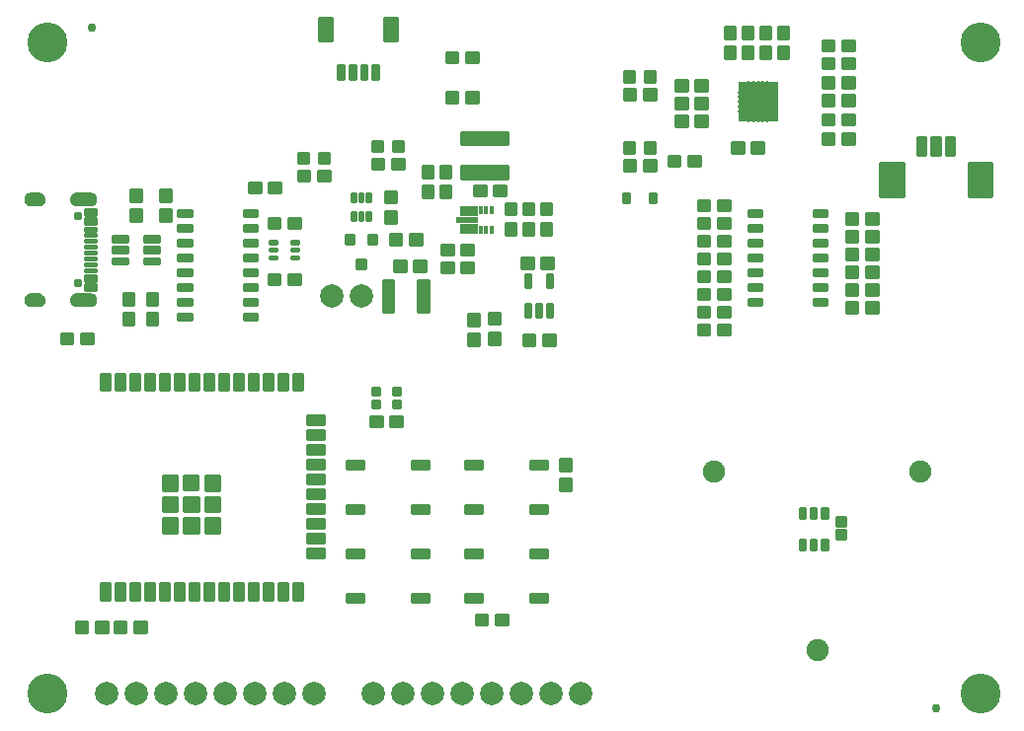
<source format=gts>
G04 EAGLE Gerber RS-274X export*
G75*
%MOMM*%
%FSLAX34Y34*%
%LPD*%
%INSoldermask Top*%
%IPPOS*%
%AMOC8*
5,1,8,0,0,1.08239X$1,22.5*%
G01*
%ADD10C,0.225400*%
%ADD11C,0.428259*%
%ADD12C,0.227100*%
%ADD13C,0.762000*%
%ADD14C,3.429000*%
%ADD15C,0.230578*%
%ADD16C,0.225369*%
%ADD17C,0.777000*%
%ADD18C,2.006600*%
%ADD19C,0.327000*%
%ADD20R,3.403600X3.378200*%
%ADD21C,0.225938*%
%ADD22C,0.233119*%
%ADD23C,0.223409*%
%ADD24C,0.231559*%
%ADD25C,0.225588*%
%ADD26C,0.226312*%
%ADD27C,0.224709*%
%ADD28C,0.222250*%
%ADD29C,1.905000*%
%ADD30C,0.231750*%
%ADD31C,0.222700*%
%ADD32C,0.226609*%
%ADD33R,1.590000X0.900000*%
%ADD34R,0.390000X0.700000*%
%ADD35R,1.830000X0.500000*%
%ADD36C,0.228600*%

G36*
X643516Y524656D02*
X643516Y524656D01*
X643533Y524653D01*
X643583Y524675D01*
X643634Y524690D01*
X643645Y524703D01*
X643661Y524710D01*
X643691Y524755D01*
X643726Y524795D01*
X643729Y524812D01*
X643738Y524827D01*
X643749Y524900D01*
X643749Y538400D01*
X643732Y538458D01*
X643720Y538516D01*
X643712Y538528D01*
X643710Y538534D01*
X643702Y538541D01*
X643676Y538576D01*
X640176Y542076D01*
X640124Y542105D01*
X640074Y542138D01*
X640059Y542140D01*
X640054Y542143D01*
X640043Y542143D01*
X640000Y542149D01*
X626500Y542149D01*
X626484Y542144D01*
X626467Y542147D01*
X626417Y542125D01*
X626366Y542110D01*
X626355Y542097D01*
X626339Y542090D01*
X626309Y542045D01*
X626274Y542005D01*
X626271Y541988D01*
X626262Y541974D01*
X626251Y541900D01*
X626251Y524900D01*
X626256Y524884D01*
X626253Y524867D01*
X626275Y524817D01*
X626290Y524766D01*
X626303Y524755D01*
X626310Y524739D01*
X626355Y524709D01*
X626395Y524674D01*
X626412Y524671D01*
X626427Y524662D01*
X626500Y524651D01*
X643500Y524651D01*
X643516Y524656D01*
G37*
G36*
X62844Y443554D02*
X62844Y443554D01*
X62847Y443551D01*
X63969Y443706D01*
X63974Y443711D01*
X63978Y443708D01*
X65049Y444079D01*
X65053Y444085D01*
X65058Y444083D01*
X66035Y444656D01*
X66038Y444662D01*
X66043Y444661D01*
X66890Y445414D01*
X66892Y445421D01*
X66897Y445421D01*
X67581Y446324D01*
X67581Y446331D01*
X67586Y446332D01*
X68081Y447351D01*
X68079Y447358D01*
X68084Y447360D01*
X68371Y448457D01*
X68369Y448461D01*
X68371Y448462D01*
X68369Y448464D01*
X68372Y448466D01*
X68439Y449597D01*
X68437Y449601D01*
X68439Y449603D01*
X68372Y450734D01*
X68367Y450739D01*
X68371Y450743D01*
X68084Y451840D01*
X68078Y451844D01*
X68081Y451849D01*
X67586Y452868D01*
X67580Y452871D01*
X67581Y452876D01*
X66897Y453779D01*
X66890Y453781D01*
X66890Y453786D01*
X66043Y454539D01*
X66036Y454539D01*
X66035Y454544D01*
X65058Y455117D01*
X65051Y455116D01*
X65049Y455121D01*
X63978Y455492D01*
X63972Y455489D01*
X63969Y455494D01*
X62847Y455649D01*
X62842Y455646D01*
X62840Y455649D01*
X50840Y455649D01*
X50835Y455646D01*
X50832Y455649D01*
X49565Y455444D01*
X49559Y455438D01*
X49555Y455441D01*
X48365Y454959D01*
X48361Y454952D01*
X48355Y454954D01*
X47302Y454220D01*
X47300Y454212D01*
X47294Y454213D01*
X46431Y453263D01*
X46430Y453254D01*
X46425Y453254D01*
X45795Y452135D01*
X45796Y452127D01*
X45790Y452125D01*
X45425Y450895D01*
X45428Y450887D01*
X45423Y450884D01*
X45341Y449603D01*
X45344Y449599D01*
X45341Y449597D01*
X45423Y448316D01*
X45429Y448310D01*
X45425Y448305D01*
X45790Y447075D01*
X45797Y447070D01*
X45795Y447065D01*
X46425Y445946D01*
X46432Y445943D01*
X46431Y445937D01*
X47294Y444987D01*
X47302Y444986D01*
X47302Y444980D01*
X48355Y444246D01*
X48363Y444246D01*
X48365Y444241D01*
X49555Y443759D01*
X49562Y443761D01*
X49565Y443756D01*
X50832Y443551D01*
X50837Y443554D01*
X50840Y443551D01*
X62840Y443551D01*
X62844Y443554D01*
G37*
G36*
X62844Y357154D02*
X62844Y357154D01*
X62847Y357151D01*
X63969Y357306D01*
X63974Y357311D01*
X63978Y357308D01*
X65049Y357679D01*
X65053Y357685D01*
X65058Y357683D01*
X66035Y358256D01*
X66038Y358262D01*
X66043Y358261D01*
X66890Y359014D01*
X66892Y359021D01*
X66897Y359021D01*
X67581Y359924D01*
X67581Y359931D01*
X67586Y359932D01*
X68081Y360951D01*
X68079Y360958D01*
X68084Y360960D01*
X68371Y362057D01*
X68369Y362061D01*
X68371Y362062D01*
X68369Y362064D01*
X68372Y362066D01*
X68439Y363197D01*
X68437Y363201D01*
X68439Y363203D01*
X68372Y364334D01*
X68367Y364339D01*
X68371Y364343D01*
X68084Y365440D01*
X68078Y365444D01*
X68081Y365449D01*
X67586Y366468D01*
X67580Y366471D01*
X67581Y366476D01*
X66897Y367379D01*
X66890Y367381D01*
X66890Y367386D01*
X66043Y368139D01*
X66036Y368139D01*
X66035Y368144D01*
X65058Y368717D01*
X65051Y368716D01*
X65049Y368721D01*
X63978Y369092D01*
X63972Y369089D01*
X63969Y369094D01*
X62847Y369249D01*
X62842Y369246D01*
X62840Y369249D01*
X50840Y369249D01*
X50835Y369246D01*
X50832Y369249D01*
X49565Y369044D01*
X49559Y369038D01*
X49555Y369041D01*
X48365Y368559D01*
X48361Y368552D01*
X48355Y368554D01*
X47302Y367820D01*
X47300Y367812D01*
X47294Y367813D01*
X46431Y366863D01*
X46430Y366854D01*
X46425Y366854D01*
X45795Y365735D01*
X45796Y365727D01*
X45790Y365725D01*
X45425Y364495D01*
X45428Y364487D01*
X45423Y364484D01*
X45341Y363203D01*
X45344Y363199D01*
X45341Y363197D01*
X45423Y361916D01*
X45429Y361910D01*
X45425Y361905D01*
X45790Y360675D01*
X45797Y360670D01*
X45795Y360665D01*
X46425Y359546D01*
X46432Y359543D01*
X46431Y359537D01*
X47294Y358587D01*
X47302Y358586D01*
X47302Y358580D01*
X48355Y357846D01*
X48363Y357846D01*
X48365Y357841D01*
X49555Y357359D01*
X49562Y357361D01*
X49565Y357356D01*
X50832Y357151D01*
X50837Y357154D01*
X50840Y357151D01*
X62840Y357151D01*
X62844Y357154D01*
G37*
G36*
X18043Y443553D02*
X18043Y443553D01*
X18045Y443551D01*
X19221Y443662D01*
X19226Y443667D01*
X19230Y443664D01*
X20362Y444002D01*
X20366Y444008D01*
X20371Y444006D01*
X21415Y444558D01*
X21418Y444565D01*
X21423Y444563D01*
X22339Y445309D01*
X22340Y445316D01*
X22346Y445316D01*
X23099Y446226D01*
X23099Y446233D01*
X23104Y446234D01*
X23665Y447273D01*
X23664Y447278D01*
X23668Y447280D01*
X23667Y447281D01*
X23669Y447282D01*
X24016Y448411D01*
X24016Y448412D01*
X24017Y448413D01*
X24014Y448417D01*
X24018Y448420D01*
X24139Y449595D01*
X24135Y449602D01*
X24139Y449606D01*
X23982Y450946D01*
X23977Y450952D01*
X23980Y450957D01*
X23529Y452228D01*
X23522Y452233D01*
X23524Y452238D01*
X22802Y453377D01*
X22794Y453380D01*
X22795Y453386D01*
X21837Y454336D01*
X21829Y454337D01*
X21828Y454343D01*
X20683Y455056D01*
X20675Y455055D01*
X20673Y455061D01*
X19397Y455501D01*
X19390Y455499D01*
X19387Y455503D01*
X18045Y455649D01*
X18042Y455647D01*
X18040Y455649D01*
X12040Y455649D01*
X12037Y455647D01*
X12034Y455649D01*
X10705Y455494D01*
X10699Y455488D01*
X10695Y455491D01*
X9434Y455044D01*
X9429Y455037D01*
X9424Y455039D01*
X8294Y454322D01*
X8291Y454315D01*
X8285Y454316D01*
X7343Y453366D01*
X7342Y453357D01*
X7336Y453357D01*
X6629Y452221D01*
X6630Y452213D01*
X6624Y452211D01*
X6188Y450946D01*
X6190Y450938D01*
X6185Y450936D01*
X6041Y449605D01*
X6045Y449599D01*
X6041Y449595D01*
X6151Y448429D01*
X6156Y448424D01*
X6153Y448420D01*
X6488Y447297D01*
X6494Y447293D01*
X6492Y447289D01*
X7040Y446253D01*
X7046Y446250D01*
X7045Y446245D01*
X7784Y445337D01*
X7791Y445335D01*
X7791Y445330D01*
X8693Y444583D01*
X8701Y444583D01*
X8701Y444578D01*
X9732Y444021D01*
X9739Y444022D01*
X9741Y444017D01*
X10860Y443673D01*
X10867Y443675D01*
X10870Y443671D01*
X12035Y443551D01*
X12038Y443553D01*
X12040Y443551D01*
X18040Y443551D01*
X18043Y443553D01*
G37*
G36*
X18043Y357153D02*
X18043Y357153D01*
X18045Y357151D01*
X19221Y357262D01*
X19226Y357267D01*
X19230Y357264D01*
X20362Y357602D01*
X20366Y357608D01*
X20371Y357606D01*
X21415Y358158D01*
X21418Y358165D01*
X21423Y358163D01*
X22339Y358909D01*
X22340Y358916D01*
X22346Y358916D01*
X23099Y359826D01*
X23099Y359833D01*
X23104Y359834D01*
X23665Y360873D01*
X23664Y360878D01*
X23668Y360880D01*
X23667Y360881D01*
X23669Y360882D01*
X24016Y362011D01*
X24016Y362012D01*
X24017Y362013D01*
X24014Y362017D01*
X24018Y362020D01*
X24139Y363195D01*
X24135Y363202D01*
X24139Y363206D01*
X23982Y364546D01*
X23977Y364552D01*
X23980Y364557D01*
X23529Y365828D01*
X23522Y365833D01*
X23524Y365838D01*
X22802Y366977D01*
X22794Y366980D01*
X22795Y366986D01*
X21837Y367936D01*
X21829Y367937D01*
X21828Y367943D01*
X20683Y368656D01*
X20675Y368655D01*
X20673Y368661D01*
X19397Y369101D01*
X19390Y369099D01*
X19387Y369103D01*
X18045Y369249D01*
X18042Y369247D01*
X18040Y369249D01*
X12040Y369249D01*
X12037Y369247D01*
X12034Y369249D01*
X10705Y369094D01*
X10699Y369088D01*
X10695Y369091D01*
X9434Y368644D01*
X9429Y368637D01*
X9424Y368639D01*
X8294Y367922D01*
X8291Y367915D01*
X8285Y367916D01*
X7343Y366966D01*
X7342Y366957D01*
X7336Y366957D01*
X6629Y365821D01*
X6630Y365813D01*
X6624Y365811D01*
X6188Y364546D01*
X6190Y364538D01*
X6185Y364536D01*
X6041Y363205D01*
X6045Y363199D01*
X6041Y363195D01*
X6151Y362029D01*
X6156Y362024D01*
X6153Y362020D01*
X6488Y360897D01*
X6494Y360893D01*
X6492Y360889D01*
X7040Y359853D01*
X7046Y359850D01*
X7045Y359845D01*
X7784Y358937D01*
X7791Y358935D01*
X7791Y358930D01*
X8693Y358183D01*
X8701Y358183D01*
X8701Y358178D01*
X9732Y357621D01*
X9739Y357622D01*
X9741Y357617D01*
X10860Y357273D01*
X10867Y357275D01*
X10870Y357271D01*
X12035Y357151D01*
X12038Y357153D01*
X12040Y357151D01*
X18040Y357151D01*
X18043Y357153D01*
G37*
D10*
X208598Y455232D02*
X198582Y455232D01*
X198582Y464248D01*
X208598Y464248D01*
X208598Y455232D01*
X208598Y457373D02*
X198582Y457373D01*
X198582Y459514D02*
X208598Y459514D01*
X208598Y461655D02*
X198582Y461655D01*
X198582Y463796D02*
X208598Y463796D01*
X215582Y455232D02*
X225598Y455232D01*
X215582Y455232D02*
X215582Y464248D01*
X225598Y464248D01*
X225598Y455232D01*
X225598Y457373D02*
X215582Y457373D01*
X215582Y459514D02*
X225598Y459514D01*
X225598Y461655D02*
X215582Y461655D01*
X215582Y463796D02*
X225598Y463796D01*
X690072Y530162D02*
X700088Y530162D01*
X690072Y530162D02*
X690072Y539178D01*
X700088Y539178D01*
X700088Y530162D01*
X700088Y532303D02*
X690072Y532303D01*
X690072Y534444D02*
X700088Y534444D01*
X700088Y536585D02*
X690072Y536585D01*
X690072Y538726D02*
X700088Y538726D01*
X707072Y530162D02*
X717088Y530162D01*
X707072Y530162D02*
X707072Y539178D01*
X717088Y539178D01*
X717088Y530162D01*
X717088Y532303D02*
X707072Y532303D01*
X707072Y534444D02*
X717088Y534444D01*
X717088Y536585D02*
X707072Y536585D01*
X707072Y538726D02*
X717088Y538726D01*
X700088Y545402D02*
X690072Y545402D01*
X690072Y554418D01*
X700088Y554418D01*
X700088Y545402D01*
X700088Y547543D02*
X690072Y547543D01*
X690072Y549684D02*
X700088Y549684D01*
X700088Y551825D02*
X690072Y551825D01*
X690072Y553966D02*
X700088Y553966D01*
X707072Y545402D02*
X717088Y545402D01*
X707072Y545402D02*
X707072Y554418D01*
X717088Y554418D01*
X717088Y545402D01*
X717088Y547543D02*
X707072Y547543D01*
X707072Y549684D02*
X717088Y549684D01*
X717088Y551825D02*
X707072Y551825D01*
X707072Y553966D02*
X717088Y553966D01*
X652082Y587692D02*
X652082Y597708D01*
X661098Y597708D01*
X661098Y587692D01*
X652082Y587692D01*
X652082Y589833D02*
X661098Y589833D01*
X661098Y591974D02*
X652082Y591974D01*
X652082Y594115D02*
X661098Y594115D01*
X661098Y596256D02*
X652082Y596256D01*
X652082Y580708D02*
X652082Y570692D01*
X652082Y580708D02*
X661098Y580708D01*
X661098Y570692D01*
X652082Y570692D01*
X652082Y572833D02*
X661098Y572833D01*
X661098Y574974D02*
X652082Y574974D01*
X652082Y577115D02*
X661098Y577115D01*
X661098Y579256D02*
X652082Y579256D01*
X639618Y498538D02*
X629602Y498538D01*
X639618Y498538D02*
X639618Y489522D01*
X629602Y489522D01*
X629602Y498538D01*
X629602Y491663D02*
X639618Y491663D01*
X639618Y493804D02*
X629602Y493804D01*
X629602Y495945D02*
X639618Y495945D01*
X639618Y498086D02*
X629602Y498086D01*
X622618Y498538D02*
X612602Y498538D01*
X622618Y498538D02*
X622618Y489522D01*
X612602Y489522D01*
X612602Y498538D01*
X612602Y491663D02*
X622618Y491663D01*
X622618Y493804D02*
X612602Y493804D01*
X612602Y495945D02*
X622618Y495945D01*
X622618Y498086D02*
X612602Y498086D01*
D11*
X528124Y551496D02*
X528124Y558484D01*
X528124Y551496D02*
X521136Y551496D01*
X521136Y558484D01*
X528124Y558484D01*
X528124Y555565D02*
X521136Y555565D01*
X545664Y558484D02*
X545664Y551496D01*
X538676Y551496D01*
X538676Y558484D01*
X545664Y558484D01*
X545664Y555565D02*
X538676Y555565D01*
D12*
X542250Y454500D02*
X547550Y454500D01*
X547550Y447200D01*
X542250Y447200D01*
X542250Y454500D01*
X542250Y449357D02*
X547550Y449357D01*
X547550Y451514D02*
X542250Y451514D01*
X542250Y453671D02*
X547550Y453671D01*
X524550Y454500D02*
X519250Y454500D01*
X524550Y454500D02*
X524550Y447200D01*
X519250Y447200D01*
X519250Y454500D01*
X519250Y449357D02*
X524550Y449357D01*
X524550Y451514D02*
X519250Y451514D01*
X519250Y453671D02*
X524550Y453671D01*
D13*
X787400Y12700D03*
X63500Y596900D03*
D14*
X825500Y25400D03*
X825500Y584200D03*
X25400Y584200D03*
X25400Y25400D03*
D15*
X58158Y397918D02*
X58158Y399882D01*
X67122Y399882D01*
X67122Y397918D01*
X58158Y397918D01*
X58158Y402918D02*
X58158Y404882D01*
X67122Y404882D01*
X67122Y402918D01*
X58158Y402918D01*
D16*
X58132Y376658D02*
X58132Y371642D01*
X58132Y376658D02*
X67148Y376658D01*
X67148Y371642D01*
X58132Y371642D01*
X58132Y373783D02*
X67148Y373783D01*
X67148Y375924D02*
X58132Y375924D01*
X58132Y379392D02*
X58132Y384408D01*
X67148Y384408D01*
X67148Y379392D01*
X58132Y379392D01*
X58132Y381533D02*
X67148Y381533D01*
X67148Y383674D02*
X58132Y383674D01*
D15*
X58158Y387918D02*
X58158Y389882D01*
X67122Y389882D01*
X67122Y387918D01*
X58158Y387918D01*
X58158Y392918D02*
X58158Y394882D01*
X67122Y394882D01*
X67122Y392918D01*
X58158Y392918D01*
X67122Y412918D02*
X67122Y414882D01*
X67122Y412918D02*
X58158Y412918D01*
X58158Y414882D01*
X67122Y414882D01*
X67122Y409882D02*
X67122Y407918D01*
X58158Y407918D01*
X58158Y409882D01*
X67122Y409882D01*
D16*
X67148Y436142D02*
X67148Y441158D01*
X67148Y436142D02*
X58132Y436142D01*
X58132Y441158D01*
X67148Y441158D01*
X67148Y438283D02*
X58132Y438283D01*
X58132Y440424D02*
X67148Y440424D01*
X67148Y433408D02*
X67148Y428392D01*
X58132Y428392D01*
X58132Y433408D01*
X67148Y433408D01*
X67148Y430533D02*
X58132Y430533D01*
X58132Y432674D02*
X67148Y432674D01*
D15*
X67122Y424882D02*
X67122Y422918D01*
X58158Y422918D01*
X58158Y424882D01*
X67122Y424882D01*
X67122Y419882D02*
X67122Y417918D01*
X58158Y417918D01*
X58158Y419882D01*
X67122Y419882D01*
D17*
X51590Y435300D03*
X51590Y377500D03*
D18*
X76200Y25400D03*
X101600Y25400D03*
X127000Y25400D03*
X152400Y25400D03*
X177800Y25400D03*
X203200Y25400D03*
X228600Y25400D03*
X254000Y25400D03*
X304800Y25400D03*
X330200Y25400D03*
X355600Y25400D03*
X381000Y25400D03*
X406400Y25400D03*
X431800Y25400D03*
X457200Y25400D03*
X482600Y25400D03*
D10*
X621602Y587692D02*
X621602Y597708D01*
X630618Y597708D01*
X630618Y587692D01*
X621602Y587692D01*
X621602Y589833D02*
X630618Y589833D01*
X630618Y591974D02*
X621602Y591974D01*
X621602Y594115D02*
X630618Y594115D01*
X630618Y596256D02*
X621602Y596256D01*
X621602Y580708D02*
X621602Y570692D01*
X621602Y580708D02*
X630618Y580708D01*
X630618Y570692D01*
X621602Y570692D01*
X621602Y572833D02*
X630618Y572833D01*
X630618Y574974D02*
X621602Y574974D01*
X621602Y577115D02*
X630618Y577115D01*
X630618Y579256D02*
X621602Y579256D01*
X574358Y542862D02*
X564342Y542862D01*
X564342Y551878D01*
X574358Y551878D01*
X574358Y542862D01*
X574358Y545003D02*
X564342Y545003D01*
X564342Y547144D02*
X574358Y547144D01*
X574358Y549285D02*
X564342Y549285D01*
X564342Y551426D02*
X574358Y551426D01*
X581342Y542862D02*
X591358Y542862D01*
X581342Y542862D02*
X581342Y551878D01*
X591358Y551878D01*
X591358Y542862D01*
X591358Y545003D02*
X581342Y545003D01*
X581342Y547144D02*
X591358Y547144D01*
X591358Y549285D02*
X581342Y549285D01*
X581342Y551426D02*
X591358Y551426D01*
X636842Y587692D02*
X636842Y597708D01*
X645858Y597708D01*
X645858Y587692D01*
X636842Y587692D01*
X636842Y589833D02*
X645858Y589833D01*
X645858Y591974D02*
X636842Y591974D01*
X636842Y594115D02*
X645858Y594115D01*
X645858Y596256D02*
X636842Y596256D01*
X636842Y580708D02*
X636842Y570692D01*
X636842Y580708D02*
X645858Y580708D01*
X645858Y570692D01*
X636842Y570692D01*
X636842Y572833D02*
X645858Y572833D01*
X645858Y574974D02*
X636842Y574974D01*
X636842Y577115D02*
X645858Y577115D01*
X645858Y579256D02*
X636842Y579256D01*
X529908Y474282D02*
X519892Y474282D01*
X519892Y483298D01*
X529908Y483298D01*
X529908Y474282D01*
X529908Y476423D02*
X519892Y476423D01*
X519892Y478564D02*
X529908Y478564D01*
X529908Y480705D02*
X519892Y480705D01*
X519892Y482846D02*
X529908Y482846D01*
X536892Y474282D02*
X546908Y474282D01*
X536892Y474282D02*
X536892Y483298D01*
X546908Y483298D01*
X546908Y474282D01*
X546908Y476423D02*
X536892Y476423D01*
X536892Y478564D02*
X546908Y478564D01*
X546908Y480705D02*
X536892Y480705D01*
X536892Y482846D02*
X546908Y482846D01*
X707072Y586168D02*
X717088Y586168D01*
X717088Y577152D01*
X707072Y577152D01*
X707072Y586168D01*
X707072Y579293D02*
X717088Y579293D01*
X717088Y581434D02*
X707072Y581434D01*
X707072Y583575D02*
X717088Y583575D01*
X717088Y585716D02*
X707072Y585716D01*
X700088Y586168D02*
X690072Y586168D01*
X700088Y586168D02*
X700088Y577152D01*
X690072Y577152D01*
X690072Y586168D01*
X690072Y579293D02*
X700088Y579293D01*
X700088Y581434D02*
X690072Y581434D01*
X690072Y583575D02*
X700088Y583575D01*
X700088Y585716D02*
X690072Y585716D01*
X546908Y544258D02*
X536892Y544258D01*
X546908Y544258D02*
X546908Y535242D01*
X536892Y535242D01*
X536892Y544258D01*
X536892Y537383D02*
X546908Y537383D01*
X546908Y539524D02*
X536892Y539524D01*
X536892Y541665D02*
X546908Y541665D01*
X546908Y543806D02*
X536892Y543806D01*
X529908Y544258D02*
X519892Y544258D01*
X529908Y544258D02*
X529908Y535242D01*
X519892Y535242D01*
X519892Y544258D01*
X519892Y537383D02*
X529908Y537383D01*
X529908Y539524D02*
X519892Y539524D01*
X519892Y541665D02*
X529908Y541665D01*
X529908Y543806D02*
X519892Y543806D01*
X47308Y325692D02*
X37292Y325692D01*
X37292Y334708D01*
X47308Y334708D01*
X47308Y325692D01*
X47308Y327833D02*
X37292Y327833D01*
X37292Y329974D02*
X47308Y329974D01*
X47308Y332115D02*
X37292Y332115D01*
X37292Y334256D02*
X47308Y334256D01*
X54292Y325692D02*
X64308Y325692D01*
X54292Y325692D02*
X54292Y334708D01*
X64308Y334708D01*
X64308Y325692D01*
X64308Y327833D02*
X54292Y327833D01*
X54292Y329974D02*
X64308Y329974D01*
X64308Y332115D02*
X54292Y332115D01*
X54292Y334256D02*
X64308Y334256D01*
X97092Y447992D02*
X97092Y458008D01*
X106108Y458008D01*
X106108Y447992D01*
X97092Y447992D01*
X97092Y450133D02*
X106108Y450133D01*
X106108Y452274D02*
X97092Y452274D01*
X97092Y454415D02*
X106108Y454415D01*
X106108Y456556D02*
X97092Y456556D01*
X97092Y441008D02*
X97092Y430992D01*
X97092Y441008D02*
X106108Y441008D01*
X106108Y430992D01*
X97092Y430992D01*
X97092Y433133D02*
X106108Y433133D01*
X106108Y435274D02*
X97092Y435274D01*
X97092Y437415D02*
X106108Y437415D01*
X106108Y439556D02*
X97092Y439556D01*
X564342Y527622D02*
X574358Y527622D01*
X564342Y527622D02*
X564342Y536638D01*
X574358Y536638D01*
X574358Y527622D01*
X574358Y529763D02*
X564342Y529763D01*
X564342Y531904D02*
X574358Y531904D01*
X574358Y534045D02*
X564342Y534045D01*
X564342Y536186D02*
X574358Y536186D01*
X581342Y527622D02*
X591358Y527622D01*
X581342Y527622D02*
X581342Y536638D01*
X591358Y536638D01*
X591358Y527622D01*
X591358Y529763D02*
X581342Y529763D01*
X581342Y531904D02*
X591358Y531904D01*
X591358Y534045D02*
X581342Y534045D01*
X581342Y536186D02*
X591358Y536186D01*
X606362Y587692D02*
X606362Y597708D01*
X615378Y597708D01*
X615378Y587692D01*
X606362Y587692D01*
X606362Y589833D02*
X615378Y589833D01*
X615378Y591974D02*
X606362Y591974D01*
X606362Y594115D02*
X615378Y594115D01*
X615378Y596256D02*
X606362Y596256D01*
X606362Y580708D02*
X606362Y570692D01*
X606362Y580708D02*
X615378Y580708D01*
X615378Y570692D01*
X606362Y570692D01*
X606362Y572833D02*
X615378Y572833D01*
X615378Y574974D02*
X606362Y574974D01*
X606362Y577115D02*
X615378Y577115D01*
X615378Y579256D02*
X606362Y579256D01*
X574358Y512382D02*
X564342Y512382D01*
X564342Y521398D01*
X574358Y521398D01*
X574358Y512382D01*
X574358Y514523D02*
X564342Y514523D01*
X564342Y516664D02*
X574358Y516664D01*
X574358Y518805D02*
X564342Y518805D01*
X564342Y520946D02*
X574358Y520946D01*
X581342Y512382D02*
X591358Y512382D01*
X581342Y512382D02*
X581342Y521398D01*
X591358Y521398D01*
X591358Y512382D01*
X591358Y514523D02*
X581342Y514523D01*
X581342Y516664D02*
X591358Y516664D01*
X591358Y518805D02*
X581342Y518805D01*
X581342Y520946D02*
X591358Y520946D01*
D19*
X647000Y533400D02*
X651000Y533400D01*
X651000Y541400D02*
X647000Y541400D01*
X647000Y525400D02*
X651000Y525400D01*
X651000Y537400D02*
X647000Y537400D01*
X647000Y529400D02*
X651000Y529400D01*
X635000Y545400D02*
X635000Y549400D01*
X627000Y549400D02*
X627000Y545400D01*
X643000Y545400D02*
X643000Y549400D01*
X631000Y549400D02*
X631000Y545400D01*
X639000Y545400D02*
X639000Y549400D01*
X635000Y521400D02*
X635000Y517400D01*
X643000Y517400D02*
X643000Y521400D01*
X627000Y521400D02*
X627000Y517400D01*
X639000Y517400D02*
X639000Y521400D01*
X631000Y521400D02*
X631000Y517400D01*
X623000Y533400D02*
X619000Y533400D01*
X619000Y525400D02*
X623000Y525400D01*
X623000Y541400D02*
X619000Y541400D01*
X619000Y529400D02*
X623000Y529400D01*
X623000Y537400D02*
X619000Y537400D01*
D20*
X635000Y533273D03*
D21*
X79406Y120206D02*
X71394Y120206D01*
X79406Y120206D02*
X79406Y106194D01*
X71394Y106194D01*
X71394Y120206D01*
X71394Y108340D02*
X79406Y108340D01*
X79406Y110486D02*
X71394Y110486D01*
X71394Y112632D02*
X79406Y112632D01*
X79406Y114778D02*
X71394Y114778D01*
X71394Y116924D02*
X79406Y116924D01*
X79406Y119070D02*
X71394Y119070D01*
X84094Y120206D02*
X92106Y120206D01*
X92106Y106194D01*
X84094Y106194D01*
X84094Y120206D01*
X84094Y108340D02*
X92106Y108340D01*
X92106Y110486D02*
X84094Y110486D01*
X84094Y112632D02*
X92106Y112632D01*
X92106Y114778D02*
X84094Y114778D01*
X84094Y116924D02*
X92106Y116924D01*
X92106Y119070D02*
X84094Y119070D01*
X96794Y120206D02*
X104806Y120206D01*
X104806Y106194D01*
X96794Y106194D01*
X96794Y120206D01*
X96794Y108340D02*
X104806Y108340D01*
X104806Y110486D02*
X96794Y110486D01*
X96794Y112632D02*
X104806Y112632D01*
X104806Y114778D02*
X96794Y114778D01*
X96794Y116924D02*
X104806Y116924D01*
X104806Y119070D02*
X96794Y119070D01*
X109494Y120206D02*
X117506Y120206D01*
X117506Y106194D01*
X109494Y106194D01*
X109494Y120206D01*
X109494Y108340D02*
X117506Y108340D01*
X117506Y110486D02*
X109494Y110486D01*
X109494Y112632D02*
X117506Y112632D01*
X117506Y114778D02*
X109494Y114778D01*
X109494Y116924D02*
X117506Y116924D01*
X117506Y119070D02*
X109494Y119070D01*
X122194Y120206D02*
X130206Y120206D01*
X130206Y106194D01*
X122194Y106194D01*
X122194Y120206D01*
X122194Y108340D02*
X130206Y108340D01*
X130206Y110486D02*
X122194Y110486D01*
X122194Y112632D02*
X130206Y112632D01*
X130206Y114778D02*
X122194Y114778D01*
X122194Y116924D02*
X130206Y116924D01*
X130206Y119070D02*
X122194Y119070D01*
X134894Y120206D02*
X142906Y120206D01*
X142906Y106194D01*
X134894Y106194D01*
X134894Y120206D01*
X134894Y108340D02*
X142906Y108340D01*
X142906Y110486D02*
X134894Y110486D01*
X134894Y112632D02*
X142906Y112632D01*
X142906Y114778D02*
X134894Y114778D01*
X134894Y116924D02*
X142906Y116924D01*
X142906Y119070D02*
X134894Y119070D01*
X147594Y120206D02*
X155606Y120206D01*
X155606Y106194D01*
X147594Y106194D01*
X147594Y120206D01*
X147594Y108340D02*
X155606Y108340D01*
X155606Y110486D02*
X147594Y110486D01*
X147594Y112632D02*
X155606Y112632D01*
X155606Y114778D02*
X147594Y114778D01*
X147594Y116924D02*
X155606Y116924D01*
X155606Y119070D02*
X147594Y119070D01*
X160294Y120206D02*
X168306Y120206D01*
X168306Y106194D01*
X160294Y106194D01*
X160294Y120206D01*
X160294Y108340D02*
X168306Y108340D01*
X168306Y110486D02*
X160294Y110486D01*
X160294Y112632D02*
X168306Y112632D01*
X168306Y114778D02*
X160294Y114778D01*
X160294Y116924D02*
X168306Y116924D01*
X168306Y119070D02*
X160294Y119070D01*
X172994Y120206D02*
X181006Y120206D01*
X181006Y106194D01*
X172994Y106194D01*
X172994Y120206D01*
X172994Y108340D02*
X181006Y108340D01*
X181006Y110486D02*
X172994Y110486D01*
X172994Y112632D02*
X181006Y112632D01*
X181006Y114778D02*
X172994Y114778D01*
X172994Y116924D02*
X181006Y116924D01*
X181006Y119070D02*
X172994Y119070D01*
X185694Y120206D02*
X193706Y120206D01*
X193706Y106194D01*
X185694Y106194D01*
X185694Y120206D01*
X185694Y108340D02*
X193706Y108340D01*
X193706Y110486D02*
X185694Y110486D01*
X185694Y112632D02*
X193706Y112632D01*
X193706Y114778D02*
X185694Y114778D01*
X185694Y116924D02*
X193706Y116924D01*
X193706Y119070D02*
X185694Y119070D01*
X198394Y120206D02*
X206406Y120206D01*
X206406Y106194D01*
X198394Y106194D01*
X198394Y120206D01*
X198394Y108340D02*
X206406Y108340D01*
X206406Y110486D02*
X198394Y110486D01*
X198394Y112632D02*
X206406Y112632D01*
X206406Y114778D02*
X198394Y114778D01*
X198394Y116924D02*
X206406Y116924D01*
X206406Y119070D02*
X198394Y119070D01*
X211094Y120206D02*
X219106Y120206D01*
X219106Y106194D01*
X211094Y106194D01*
X211094Y120206D01*
X211094Y108340D02*
X219106Y108340D01*
X219106Y110486D02*
X211094Y110486D01*
X211094Y112632D02*
X219106Y112632D01*
X219106Y114778D02*
X211094Y114778D01*
X211094Y116924D02*
X219106Y116924D01*
X219106Y119070D02*
X211094Y119070D01*
X223794Y120206D02*
X231806Y120206D01*
X231806Y106194D01*
X223794Y106194D01*
X223794Y120206D01*
X223794Y108340D02*
X231806Y108340D01*
X231806Y110486D02*
X223794Y110486D01*
X223794Y112632D02*
X231806Y112632D01*
X231806Y114778D02*
X223794Y114778D01*
X223794Y116924D02*
X231806Y116924D01*
X231806Y119070D02*
X223794Y119070D01*
X236494Y120206D02*
X244506Y120206D01*
X244506Y106194D01*
X236494Y106194D01*
X236494Y120206D01*
X236494Y108340D02*
X244506Y108340D01*
X244506Y110486D02*
X236494Y110486D01*
X236494Y112632D02*
X244506Y112632D01*
X244506Y114778D02*
X236494Y114778D01*
X236494Y116924D02*
X244506Y116924D01*
X244506Y119070D02*
X236494Y119070D01*
X248394Y142044D02*
X248394Y150056D01*
X262406Y150056D01*
X262406Y142044D01*
X248394Y142044D01*
X248394Y144190D02*
X262406Y144190D01*
X262406Y146336D02*
X248394Y146336D01*
X248394Y148482D02*
X262406Y148482D01*
X248394Y154744D02*
X248394Y162756D01*
X262406Y162756D01*
X262406Y154744D01*
X248394Y154744D01*
X248394Y156890D02*
X262406Y156890D01*
X262406Y159036D02*
X248394Y159036D01*
X248394Y161182D02*
X262406Y161182D01*
X248394Y167444D02*
X248394Y175456D01*
X262406Y175456D01*
X262406Y167444D01*
X248394Y167444D01*
X248394Y169590D02*
X262406Y169590D01*
X262406Y171736D02*
X248394Y171736D01*
X248394Y173882D02*
X262406Y173882D01*
X248394Y180144D02*
X248394Y188156D01*
X262406Y188156D01*
X262406Y180144D01*
X248394Y180144D01*
X248394Y182290D02*
X262406Y182290D01*
X262406Y184436D02*
X248394Y184436D01*
X248394Y186582D02*
X262406Y186582D01*
X248394Y192844D02*
X248394Y200856D01*
X262406Y200856D01*
X262406Y192844D01*
X248394Y192844D01*
X248394Y194990D02*
X262406Y194990D01*
X262406Y197136D02*
X248394Y197136D01*
X248394Y199282D02*
X262406Y199282D01*
X248394Y205544D02*
X248394Y213556D01*
X262406Y213556D01*
X262406Y205544D01*
X248394Y205544D01*
X248394Y207690D02*
X262406Y207690D01*
X262406Y209836D02*
X248394Y209836D01*
X248394Y211982D02*
X262406Y211982D01*
X248394Y218244D02*
X248394Y226256D01*
X262406Y226256D01*
X262406Y218244D01*
X248394Y218244D01*
X248394Y220390D02*
X262406Y220390D01*
X262406Y222536D02*
X248394Y222536D01*
X248394Y224682D02*
X262406Y224682D01*
X248394Y230944D02*
X248394Y238956D01*
X262406Y238956D01*
X262406Y230944D01*
X248394Y230944D01*
X248394Y233090D02*
X262406Y233090D01*
X262406Y235236D02*
X248394Y235236D01*
X248394Y237382D02*
X262406Y237382D01*
X248394Y243644D02*
X248394Y251656D01*
X262406Y251656D01*
X262406Y243644D01*
X248394Y243644D01*
X248394Y245790D02*
X262406Y245790D01*
X262406Y247936D02*
X248394Y247936D01*
X248394Y250082D02*
X262406Y250082D01*
X248394Y256344D02*
X248394Y264356D01*
X262406Y264356D01*
X262406Y256344D01*
X248394Y256344D01*
X248394Y258490D02*
X262406Y258490D01*
X262406Y260636D02*
X248394Y260636D01*
X248394Y262782D02*
X262406Y262782D01*
X244506Y300206D02*
X236494Y300206D01*
X244506Y300206D02*
X244506Y286194D01*
X236494Y286194D01*
X236494Y300206D01*
X236494Y288340D02*
X244506Y288340D01*
X244506Y290486D02*
X236494Y290486D01*
X236494Y292632D02*
X244506Y292632D01*
X244506Y294778D02*
X236494Y294778D01*
X236494Y296924D02*
X244506Y296924D01*
X244506Y299070D02*
X236494Y299070D01*
X231806Y300206D02*
X223794Y300206D01*
X231806Y300206D02*
X231806Y286194D01*
X223794Y286194D01*
X223794Y300206D01*
X223794Y288340D02*
X231806Y288340D01*
X231806Y290486D02*
X223794Y290486D01*
X223794Y292632D02*
X231806Y292632D01*
X231806Y294778D02*
X223794Y294778D01*
X223794Y296924D02*
X231806Y296924D01*
X231806Y299070D02*
X223794Y299070D01*
X219106Y300206D02*
X211094Y300206D01*
X219106Y300206D02*
X219106Y286194D01*
X211094Y286194D01*
X211094Y300206D01*
X211094Y288340D02*
X219106Y288340D01*
X219106Y290486D02*
X211094Y290486D01*
X211094Y292632D02*
X219106Y292632D01*
X219106Y294778D02*
X211094Y294778D01*
X211094Y296924D02*
X219106Y296924D01*
X219106Y299070D02*
X211094Y299070D01*
X206406Y300206D02*
X198394Y300206D01*
X206406Y300206D02*
X206406Y286194D01*
X198394Y286194D01*
X198394Y300206D01*
X198394Y288340D02*
X206406Y288340D01*
X206406Y290486D02*
X198394Y290486D01*
X198394Y292632D02*
X206406Y292632D01*
X206406Y294778D02*
X198394Y294778D01*
X198394Y296924D02*
X206406Y296924D01*
X206406Y299070D02*
X198394Y299070D01*
X193706Y300206D02*
X185694Y300206D01*
X193706Y300206D02*
X193706Y286194D01*
X185694Y286194D01*
X185694Y300206D01*
X185694Y288340D02*
X193706Y288340D01*
X193706Y290486D02*
X185694Y290486D01*
X185694Y292632D02*
X193706Y292632D01*
X193706Y294778D02*
X185694Y294778D01*
X185694Y296924D02*
X193706Y296924D01*
X193706Y299070D02*
X185694Y299070D01*
X181006Y300206D02*
X172994Y300206D01*
X181006Y300206D02*
X181006Y286194D01*
X172994Y286194D01*
X172994Y300206D01*
X172994Y288340D02*
X181006Y288340D01*
X181006Y290486D02*
X172994Y290486D01*
X172994Y292632D02*
X181006Y292632D01*
X181006Y294778D02*
X172994Y294778D01*
X172994Y296924D02*
X181006Y296924D01*
X181006Y299070D02*
X172994Y299070D01*
X168306Y300206D02*
X160294Y300206D01*
X168306Y300206D02*
X168306Y286194D01*
X160294Y286194D01*
X160294Y300206D01*
X160294Y288340D02*
X168306Y288340D01*
X168306Y290486D02*
X160294Y290486D01*
X160294Y292632D02*
X168306Y292632D01*
X168306Y294778D02*
X160294Y294778D01*
X160294Y296924D02*
X168306Y296924D01*
X168306Y299070D02*
X160294Y299070D01*
X155606Y300206D02*
X147594Y300206D01*
X155606Y300206D02*
X155606Y286194D01*
X147594Y286194D01*
X147594Y300206D01*
X147594Y288340D02*
X155606Y288340D01*
X155606Y290486D02*
X147594Y290486D01*
X147594Y292632D02*
X155606Y292632D01*
X155606Y294778D02*
X147594Y294778D01*
X147594Y296924D02*
X155606Y296924D01*
X155606Y299070D02*
X147594Y299070D01*
X142906Y300206D02*
X134894Y300206D01*
X142906Y300206D02*
X142906Y286194D01*
X134894Y286194D01*
X134894Y300206D01*
X134894Y288340D02*
X142906Y288340D01*
X142906Y290486D02*
X134894Y290486D01*
X134894Y292632D02*
X142906Y292632D01*
X142906Y294778D02*
X134894Y294778D01*
X134894Y296924D02*
X142906Y296924D01*
X142906Y299070D02*
X134894Y299070D01*
X130206Y300206D02*
X122194Y300206D01*
X130206Y300206D02*
X130206Y286194D01*
X122194Y286194D01*
X122194Y300206D01*
X122194Y288340D02*
X130206Y288340D01*
X130206Y290486D02*
X122194Y290486D01*
X122194Y292632D02*
X130206Y292632D01*
X130206Y294778D02*
X122194Y294778D01*
X122194Y296924D02*
X130206Y296924D01*
X130206Y299070D02*
X122194Y299070D01*
X117506Y300206D02*
X109494Y300206D01*
X117506Y300206D02*
X117506Y286194D01*
X109494Y286194D01*
X109494Y300206D01*
X109494Y288340D02*
X117506Y288340D01*
X117506Y290486D02*
X109494Y290486D01*
X109494Y292632D02*
X117506Y292632D01*
X117506Y294778D02*
X109494Y294778D01*
X109494Y296924D02*
X117506Y296924D01*
X117506Y299070D02*
X109494Y299070D01*
X104806Y300206D02*
X96794Y300206D01*
X104806Y300206D02*
X104806Y286194D01*
X96794Y286194D01*
X96794Y300206D01*
X96794Y288340D02*
X104806Y288340D01*
X104806Y290486D02*
X96794Y290486D01*
X96794Y292632D02*
X104806Y292632D01*
X104806Y294778D02*
X96794Y294778D01*
X96794Y296924D02*
X104806Y296924D01*
X104806Y299070D02*
X96794Y299070D01*
X92106Y300206D02*
X84094Y300206D01*
X92106Y300206D02*
X92106Y286194D01*
X84094Y286194D01*
X84094Y300206D01*
X84094Y288340D02*
X92106Y288340D01*
X92106Y290486D02*
X84094Y290486D01*
X84094Y292632D02*
X92106Y292632D01*
X92106Y294778D02*
X84094Y294778D01*
X84094Y296924D02*
X92106Y296924D01*
X92106Y299070D02*
X84094Y299070D01*
X79406Y300206D02*
X71394Y300206D01*
X79406Y300206D02*
X79406Y286194D01*
X71394Y286194D01*
X71394Y300206D01*
X71394Y288340D02*
X79406Y288340D01*
X79406Y290486D02*
X71394Y290486D01*
X71394Y292632D02*
X79406Y292632D01*
X79406Y294778D02*
X71394Y294778D01*
X71394Y296924D02*
X79406Y296924D01*
X79406Y299070D02*
X71394Y299070D01*
D22*
X142700Y194010D02*
X154940Y194010D01*
X154940Y181770D01*
X142700Y181770D01*
X142700Y194010D01*
X142700Y183984D02*
X154940Y183984D01*
X154940Y186198D02*
X142700Y186198D01*
X142700Y188412D02*
X154940Y188412D01*
X154940Y190626D02*
X142700Y190626D01*
X142700Y192840D02*
X154940Y192840D01*
X136730Y212460D02*
X124490Y212460D01*
X136730Y212460D02*
X136730Y200220D01*
X124490Y200220D01*
X124490Y212460D01*
X124490Y202434D02*
X136730Y202434D01*
X136730Y204648D02*
X124490Y204648D01*
X124490Y206862D02*
X136730Y206862D01*
X136730Y209076D02*
X124490Y209076D01*
X124490Y211290D02*
X136730Y211290D01*
X136730Y194160D02*
X124490Y194160D01*
X136730Y194160D02*
X136730Y181920D01*
X124490Y181920D01*
X124490Y194160D01*
X124490Y184134D02*
X136730Y184134D01*
X136730Y186348D02*
X124490Y186348D01*
X124490Y188562D02*
X136730Y188562D01*
X136730Y190776D02*
X124490Y190776D01*
X124490Y192990D02*
X136730Y192990D01*
X136730Y175860D02*
X124490Y175860D01*
X136730Y175860D02*
X136730Y163620D01*
X124490Y163620D01*
X124490Y175860D01*
X124490Y165834D02*
X136730Y165834D01*
X136730Y168048D02*
X124490Y168048D01*
X124490Y170262D02*
X136730Y170262D01*
X136730Y172476D02*
X124490Y172476D01*
X124490Y174690D02*
X136730Y174690D01*
X142790Y175860D02*
X155030Y175860D01*
X155030Y163620D01*
X142790Y163620D01*
X142790Y175860D01*
X142790Y165834D02*
X155030Y165834D01*
X155030Y168048D02*
X142790Y168048D01*
X142790Y170262D02*
X155030Y170262D01*
X155030Y172476D02*
X142790Y172476D01*
X142790Y174690D02*
X155030Y174690D01*
X154730Y212560D02*
X142490Y212560D01*
X154730Y212560D02*
X154730Y200320D01*
X142490Y200320D01*
X142490Y212560D01*
X142490Y202534D02*
X154730Y202534D01*
X154730Y204748D02*
X142490Y204748D01*
X142490Y206962D02*
X154730Y206962D01*
X154730Y209176D02*
X142490Y209176D01*
X142490Y211390D02*
X154730Y211390D01*
X161090Y212460D02*
X173330Y212460D01*
X173330Y200220D01*
X161090Y200220D01*
X161090Y212460D01*
X161090Y202434D02*
X173330Y202434D01*
X173330Y204648D02*
X161090Y204648D01*
X161090Y206862D02*
X173330Y206862D01*
X173330Y209076D02*
X161090Y209076D01*
X161090Y211290D02*
X173330Y211290D01*
X173430Y194160D02*
X161190Y194160D01*
X173430Y194160D02*
X173430Y181920D01*
X161190Y181920D01*
X161190Y194160D01*
X161190Y184134D02*
X173430Y184134D01*
X173430Y186348D02*
X161190Y186348D01*
X161190Y188562D02*
X173430Y188562D01*
X173430Y190776D02*
X161190Y190776D01*
X161190Y192990D02*
X173430Y192990D01*
X173330Y175860D02*
X161090Y175860D01*
X173330Y175860D02*
X173330Y163620D01*
X161090Y163620D01*
X161090Y175860D01*
X161090Y165834D02*
X173330Y165834D01*
X173330Y168048D02*
X161090Y168048D01*
X161090Y170262D02*
X173330Y170262D01*
X173330Y172476D02*
X161090Y172476D01*
X161090Y174690D02*
X173330Y174690D01*
D10*
X232092Y433768D02*
X242108Y433768D01*
X242108Y424752D01*
X232092Y424752D01*
X232092Y433768D01*
X232092Y426893D02*
X242108Y426893D01*
X242108Y429034D02*
X232092Y429034D01*
X232092Y431175D02*
X242108Y431175D01*
X242108Y433316D02*
X232092Y433316D01*
X225108Y433768D02*
X215092Y433768D01*
X225108Y433768D02*
X225108Y424752D01*
X215092Y424752D01*
X215092Y433768D01*
X215092Y426893D02*
X225108Y426893D01*
X225108Y429034D02*
X215092Y429034D01*
X215092Y431175D02*
X225108Y431175D01*
X225108Y433316D02*
X215092Y433316D01*
X232092Y385508D02*
X242108Y385508D01*
X242108Y376492D01*
X232092Y376492D01*
X232092Y385508D01*
X232092Y378633D02*
X242108Y378633D01*
X242108Y380774D02*
X232092Y380774D01*
X232092Y382915D02*
X242108Y382915D01*
X242108Y385056D02*
X232092Y385056D01*
X225108Y385508D02*
X215092Y385508D01*
X225108Y385508D02*
X225108Y376492D01*
X215092Y376492D01*
X215092Y385508D01*
X215092Y378633D02*
X225108Y378633D01*
X225108Y380774D02*
X215092Y380774D01*
X215092Y382915D02*
X225108Y382915D01*
X225108Y385056D02*
X215092Y385056D01*
D15*
X235018Y398918D02*
X235018Y400882D01*
X240582Y400882D01*
X240582Y398918D01*
X235018Y398918D01*
X222182Y405418D02*
X222182Y407382D01*
X222182Y405418D02*
X216618Y405418D01*
X216618Y407382D01*
X222182Y407382D01*
X222182Y411918D02*
X222182Y413882D01*
X222182Y411918D02*
X216618Y411918D01*
X216618Y413882D01*
X222182Y413882D01*
X222182Y400882D02*
X222182Y398918D01*
X216618Y398918D01*
X216618Y400882D01*
X222182Y400882D01*
X235018Y405418D02*
X235018Y407382D01*
X240582Y407382D01*
X240582Y405418D01*
X235018Y405418D01*
X235018Y411918D02*
X235018Y413882D01*
X240582Y413882D01*
X240582Y411918D01*
X235018Y411918D01*
D10*
X465392Y226868D02*
X465392Y216852D01*
X465392Y226868D02*
X474408Y226868D01*
X474408Y216852D01*
X465392Y216852D01*
X465392Y218993D02*
X474408Y218993D01*
X474408Y221134D02*
X465392Y221134D01*
X465392Y223275D02*
X474408Y223275D01*
X474408Y225416D02*
X465392Y225416D01*
X465392Y209868D02*
X465392Y199852D01*
X465392Y209868D02*
X474408Y209868D01*
X474408Y199852D01*
X465392Y199852D01*
X465392Y201993D02*
X474408Y201993D01*
X474408Y204134D02*
X465392Y204134D01*
X465392Y206275D02*
X474408Y206275D01*
X474408Y208416D02*
X465392Y208416D01*
D16*
X137942Y435642D02*
X137942Y440658D01*
X148958Y440658D01*
X148958Y435642D01*
X137942Y435642D01*
X137942Y437783D02*
X148958Y437783D01*
X148958Y439924D02*
X137942Y439924D01*
X137942Y427958D02*
X137942Y422942D01*
X137942Y427958D02*
X148958Y427958D01*
X148958Y422942D01*
X137942Y422942D01*
X137942Y425083D02*
X148958Y425083D01*
X148958Y427224D02*
X137942Y427224D01*
X137942Y415258D02*
X137942Y410242D01*
X137942Y415258D02*
X148958Y415258D01*
X148958Y410242D01*
X137942Y410242D01*
X137942Y412383D02*
X148958Y412383D01*
X148958Y414524D02*
X137942Y414524D01*
X137942Y402558D02*
X137942Y397542D01*
X137942Y402558D02*
X148958Y402558D01*
X148958Y397542D01*
X137942Y397542D01*
X137942Y399683D02*
X148958Y399683D01*
X148958Y401824D02*
X137942Y401824D01*
X137942Y389858D02*
X137942Y384842D01*
X137942Y389858D02*
X148958Y389858D01*
X148958Y384842D01*
X137942Y384842D01*
X137942Y386983D02*
X148958Y386983D01*
X148958Y389124D02*
X137942Y389124D01*
X137942Y377158D02*
X137942Y372142D01*
X137942Y377158D02*
X148958Y377158D01*
X148958Y372142D01*
X137942Y372142D01*
X137942Y374283D02*
X148958Y374283D01*
X148958Y376424D02*
X137942Y376424D01*
X137942Y364458D02*
X137942Y359442D01*
X137942Y364458D02*
X148958Y364458D01*
X148958Y359442D01*
X137942Y359442D01*
X137942Y361583D02*
X148958Y361583D01*
X148958Y363724D02*
X137942Y363724D01*
X137942Y351758D02*
X137942Y346742D01*
X137942Y351758D02*
X148958Y351758D01*
X148958Y346742D01*
X137942Y346742D01*
X137942Y348883D02*
X148958Y348883D01*
X148958Y351024D02*
X137942Y351024D01*
X193942Y351758D02*
X193942Y346742D01*
X193942Y351758D02*
X204958Y351758D01*
X204958Y346742D01*
X193942Y346742D01*
X193942Y348883D02*
X204958Y348883D01*
X204958Y351024D02*
X193942Y351024D01*
X193942Y359442D02*
X193942Y364458D01*
X204958Y364458D01*
X204958Y359442D01*
X193942Y359442D01*
X193942Y361583D02*
X204958Y361583D01*
X204958Y363724D02*
X193942Y363724D01*
X193942Y372142D02*
X193942Y377158D01*
X204958Y377158D01*
X204958Y372142D01*
X193942Y372142D01*
X193942Y374283D02*
X204958Y374283D01*
X204958Y376424D02*
X193942Y376424D01*
X193942Y384842D02*
X193942Y389858D01*
X204958Y389858D01*
X204958Y384842D01*
X193942Y384842D01*
X193942Y386983D02*
X204958Y386983D01*
X204958Y389124D02*
X193942Y389124D01*
X193942Y397542D02*
X193942Y402558D01*
X204958Y402558D01*
X204958Y397542D01*
X193942Y397542D01*
X193942Y399683D02*
X204958Y399683D01*
X204958Y401824D02*
X193942Y401824D01*
X193942Y410242D02*
X193942Y415258D01*
X204958Y415258D01*
X204958Y410242D01*
X193942Y410242D01*
X193942Y412383D02*
X204958Y412383D01*
X204958Y414524D02*
X193942Y414524D01*
X193942Y422942D02*
X193942Y427958D01*
X204958Y427958D01*
X204958Y422942D01*
X193942Y422942D01*
X193942Y425083D02*
X204958Y425083D01*
X204958Y427224D02*
X193942Y427224D01*
X193942Y435642D02*
X193942Y440658D01*
X204958Y440658D01*
X204958Y435642D01*
X193942Y435642D01*
X193942Y437783D02*
X204958Y437783D01*
X204958Y439924D02*
X193942Y439924D01*
D23*
X121619Y399168D02*
X121619Y394632D01*
X109083Y394632D01*
X109083Y399168D01*
X121619Y399168D01*
X121619Y396754D02*
X109083Y396754D01*
X109083Y398876D02*
X121619Y398876D01*
X121619Y404132D02*
X121619Y408668D01*
X121619Y404132D02*
X109083Y404132D01*
X109083Y408668D01*
X121619Y408668D01*
X121619Y406254D02*
X109083Y406254D01*
X109083Y408376D02*
X121619Y408376D01*
X121619Y413632D02*
X121619Y418168D01*
X121619Y413632D02*
X109083Y413632D01*
X109083Y418168D01*
X121619Y418168D01*
X121619Y415754D02*
X109083Y415754D01*
X109083Y417876D02*
X121619Y417876D01*
X94117Y418168D02*
X94117Y413632D01*
X81581Y413632D01*
X81581Y418168D01*
X94117Y418168D01*
X94117Y415754D02*
X81581Y415754D01*
X81581Y417876D02*
X94117Y417876D01*
X94117Y408668D02*
X94117Y404132D01*
X81581Y404132D01*
X81581Y408668D01*
X94117Y408668D01*
X94117Y406254D02*
X81581Y406254D01*
X81581Y408376D02*
X94117Y408376D01*
X94117Y399168D02*
X94117Y394632D01*
X81581Y394632D01*
X81581Y399168D01*
X94117Y399168D01*
X94117Y396754D02*
X81581Y396754D01*
X81581Y398876D02*
X94117Y398876D01*
D24*
X322403Y281923D02*
X328357Y281923D01*
X322403Y281923D02*
X322403Y287877D01*
X328357Y287877D01*
X328357Y281923D01*
X328357Y284123D02*
X322403Y284123D01*
X322403Y286323D02*
X328357Y286323D01*
X328357Y270923D02*
X322403Y270923D01*
X322403Y276877D01*
X328357Y276877D01*
X328357Y270923D01*
X328357Y273123D02*
X322403Y273123D01*
X322403Y275323D02*
X328357Y275323D01*
X310057Y270923D02*
X304103Y270923D01*
X304103Y276877D01*
X310057Y276877D01*
X310057Y270923D01*
X310057Y273123D02*
X304103Y273123D01*
X304103Y275323D02*
X310057Y275323D01*
X310057Y281923D02*
X304103Y281923D01*
X304103Y287877D01*
X310057Y287877D01*
X310057Y281923D01*
X310057Y284123D02*
X304103Y284123D01*
X304103Y286323D02*
X310057Y286323D01*
D25*
X314593Y605057D02*
X325607Y605057D01*
X325607Y586043D01*
X314593Y586043D01*
X314593Y605057D01*
X314593Y588186D02*
X325607Y588186D01*
X325607Y590329D02*
X314593Y590329D01*
X314593Y592472D02*
X325607Y592472D01*
X325607Y594615D02*
X314593Y594615D01*
X314593Y596758D02*
X325607Y596758D01*
X325607Y598901D02*
X314593Y598901D01*
X314593Y601044D02*
X325607Y601044D01*
X325607Y603187D02*
X314593Y603187D01*
X269607Y605057D02*
X258593Y605057D01*
X269607Y605057D02*
X269607Y586043D01*
X258593Y586043D01*
X258593Y605057D01*
X258593Y588186D02*
X269607Y588186D01*
X269607Y590329D02*
X258593Y590329D01*
X258593Y592472D02*
X269607Y592472D01*
X269607Y594615D02*
X258593Y594615D01*
X258593Y596758D02*
X269607Y596758D01*
X269607Y598901D02*
X258593Y598901D01*
X258593Y601044D02*
X269607Y601044D01*
X269607Y603187D02*
X258593Y603187D01*
D16*
X304592Y565058D02*
X309608Y565058D01*
X309608Y552542D01*
X304592Y552542D01*
X304592Y565058D01*
X304592Y554683D02*
X309608Y554683D01*
X309608Y556824D02*
X304592Y556824D01*
X304592Y558965D02*
X309608Y558965D01*
X309608Y561106D02*
X304592Y561106D01*
X304592Y563247D02*
X309608Y563247D01*
X299608Y565058D02*
X294592Y565058D01*
X299608Y565058D02*
X299608Y552542D01*
X294592Y552542D01*
X294592Y565058D01*
X294592Y554683D02*
X299608Y554683D01*
X299608Y556824D02*
X294592Y556824D01*
X294592Y558965D02*
X299608Y558965D01*
X299608Y561106D02*
X294592Y561106D01*
X294592Y563247D02*
X299608Y563247D01*
X289608Y565058D02*
X284592Y565058D01*
X289608Y565058D02*
X289608Y552542D01*
X284592Y552542D01*
X284592Y565058D01*
X284592Y554683D02*
X289608Y554683D01*
X289608Y556824D02*
X284592Y556824D01*
X284592Y558965D02*
X289608Y558965D01*
X289608Y561106D02*
X284592Y561106D01*
X284592Y563247D02*
X289608Y563247D01*
X279608Y565058D02*
X274592Y565058D01*
X279608Y565058D02*
X279608Y552542D01*
X274592Y552542D01*
X274592Y565058D01*
X274592Y554683D02*
X279608Y554683D01*
X279608Y556824D02*
X274592Y556824D01*
X274592Y558965D02*
X279608Y558965D01*
X279608Y561106D02*
X274592Y561106D01*
X274592Y563247D02*
X279608Y563247D01*
D10*
X432262Y390462D02*
X442278Y390462D01*
X432262Y390462D02*
X432262Y399478D01*
X442278Y399478D01*
X442278Y390462D01*
X442278Y392603D02*
X432262Y392603D01*
X432262Y394744D02*
X442278Y394744D01*
X442278Y396885D02*
X432262Y396885D01*
X432262Y399026D02*
X442278Y399026D01*
X449262Y390462D02*
X459278Y390462D01*
X449262Y390462D02*
X449262Y399478D01*
X459278Y399478D01*
X459278Y390462D01*
X459278Y392603D02*
X449262Y392603D01*
X449262Y394744D02*
X459278Y394744D01*
X459278Y396885D02*
X449262Y396885D01*
X449262Y399026D02*
X459278Y399026D01*
X404432Y352598D02*
X404432Y342582D01*
X404432Y352598D02*
X413448Y352598D01*
X413448Y342582D01*
X404432Y342582D01*
X404432Y344723D02*
X413448Y344723D01*
X413448Y346864D02*
X404432Y346864D01*
X404432Y349005D02*
X413448Y349005D01*
X413448Y351146D02*
X404432Y351146D01*
X404432Y335598D02*
X404432Y325582D01*
X404432Y335598D02*
X413448Y335598D01*
X413448Y325582D01*
X404432Y325582D01*
X404432Y327723D02*
X413448Y327723D01*
X413448Y329864D02*
X404432Y329864D01*
X404432Y332005D02*
X413448Y332005D01*
X413448Y334146D02*
X404432Y334146D01*
X450532Y333438D02*
X460548Y333438D01*
X460548Y324422D01*
X450532Y324422D01*
X450532Y333438D01*
X450532Y326563D02*
X460548Y326563D01*
X460548Y328704D02*
X450532Y328704D01*
X450532Y330845D02*
X460548Y330845D01*
X460548Y332986D02*
X450532Y332986D01*
X443548Y333438D02*
X433532Y333438D01*
X443548Y333438D02*
X443548Y324422D01*
X433532Y324422D01*
X433532Y333438D01*
X433532Y326563D02*
X443548Y326563D01*
X443548Y328704D02*
X433532Y328704D01*
X433532Y330845D02*
X443548Y330845D01*
X443548Y332986D02*
X433532Y332986D01*
D26*
X675348Y157690D02*
X675348Y148904D01*
X670752Y148904D01*
X670752Y157690D01*
X675348Y157690D01*
X675348Y151054D02*
X670752Y151054D01*
X670752Y153204D02*
X675348Y153204D01*
X675348Y155354D02*
X670752Y155354D01*
X670752Y157504D02*
X675348Y157504D01*
X684848Y157690D02*
X684848Y148904D01*
X680252Y148904D01*
X680252Y157690D01*
X684848Y157690D01*
X684848Y151054D02*
X680252Y151054D01*
X680252Y153204D02*
X684848Y153204D01*
X684848Y155354D02*
X680252Y155354D01*
X680252Y157504D02*
X684848Y157504D01*
X694348Y157690D02*
X694348Y148904D01*
X689752Y148904D01*
X689752Y157690D01*
X694348Y157690D01*
X694348Y151054D02*
X689752Y151054D01*
X689752Y153204D02*
X694348Y153204D01*
X694348Y155354D02*
X689752Y155354D01*
X689752Y157504D02*
X694348Y157504D01*
X694348Y176209D02*
X694348Y184995D01*
X694348Y176209D02*
X689752Y176209D01*
X689752Y184995D01*
X694348Y184995D01*
X694348Y178359D02*
X689752Y178359D01*
X689752Y180509D02*
X694348Y180509D01*
X694348Y182659D02*
X689752Y182659D01*
X689752Y184809D02*
X694348Y184809D01*
X684848Y184995D02*
X684848Y176209D01*
X680252Y176209D01*
X680252Y184995D01*
X684848Y184995D01*
X684848Y178359D02*
X680252Y178359D01*
X680252Y180509D02*
X684848Y180509D01*
X684848Y182659D02*
X680252Y182659D01*
X680252Y184809D02*
X684848Y184809D01*
X675348Y184995D02*
X675348Y176209D01*
X670752Y176209D01*
X670752Y184995D01*
X675348Y184995D01*
X675348Y178359D02*
X670752Y178359D01*
X670752Y180509D02*
X675348Y180509D01*
X675348Y182659D02*
X670752Y182659D01*
X670752Y184809D02*
X675348Y184809D01*
D10*
X419908Y93408D02*
X409892Y93408D01*
X419908Y93408D02*
X419908Y84392D01*
X409892Y84392D01*
X409892Y93408D01*
X409892Y86533D02*
X419908Y86533D01*
X419908Y88674D02*
X409892Y88674D01*
X409892Y90815D02*
X419908Y90815D01*
X419908Y92956D02*
X409892Y92956D01*
X402908Y93408D02*
X392892Y93408D01*
X402908Y93408D02*
X402908Y84392D01*
X392892Y84392D01*
X392892Y93408D01*
X392892Y86533D02*
X402908Y86533D01*
X402908Y88674D02*
X392892Y88674D01*
X392892Y90815D02*
X402908Y90815D01*
X402908Y92956D02*
X392892Y92956D01*
X93028Y78042D02*
X83012Y78042D01*
X83012Y87058D01*
X93028Y87058D01*
X93028Y78042D01*
X93028Y80183D02*
X83012Y80183D01*
X83012Y82324D02*
X93028Y82324D01*
X93028Y84465D02*
X83012Y84465D01*
X83012Y86606D02*
X93028Y86606D01*
X100012Y78042D02*
X110028Y78042D01*
X100012Y78042D02*
X100012Y87058D01*
X110028Y87058D01*
X110028Y78042D01*
X110028Y80183D02*
X100012Y80183D01*
X100012Y82324D02*
X110028Y82324D01*
X110028Y84465D02*
X100012Y84465D01*
X100012Y86606D02*
X110028Y86606D01*
X77008Y87058D02*
X66992Y87058D01*
X77008Y87058D02*
X77008Y78042D01*
X66992Y78042D01*
X66992Y87058D01*
X66992Y80183D02*
X77008Y80183D01*
X77008Y82324D02*
X66992Y82324D01*
X66992Y84465D02*
X77008Y84465D01*
X77008Y86606D02*
X66992Y86606D01*
X60008Y87058D02*
X49992Y87058D01*
X60008Y87058D02*
X60008Y78042D01*
X49992Y78042D01*
X49992Y87058D01*
X49992Y80183D02*
X60008Y80183D01*
X60008Y82324D02*
X49992Y82324D01*
X49992Y84465D02*
X60008Y84465D01*
X60008Y86606D02*
X49992Y86606D01*
D27*
X702108Y169678D02*
X702108Y177202D01*
X710132Y177202D01*
X710132Y169678D01*
X702108Y169678D01*
X702108Y171813D02*
X710132Y171813D01*
X710132Y173948D02*
X702108Y173948D01*
X702108Y176083D02*
X710132Y176083D01*
X702108Y165602D02*
X702108Y158078D01*
X702108Y165602D02*
X710132Y165602D01*
X710132Y158078D01*
X702108Y158078D01*
X702108Y160213D02*
X710132Y160213D01*
X710132Y162348D02*
X702108Y162348D01*
X702108Y164483D02*
X710132Y164483D01*
D11*
X538676Y490536D02*
X538676Y497524D01*
X545664Y497524D01*
X545664Y490536D01*
X538676Y490536D01*
X538676Y494605D02*
X545664Y494605D01*
X521136Y497524D02*
X521136Y490536D01*
X521136Y497524D02*
X528124Y497524D01*
X528124Y490536D01*
X521136Y490536D01*
X521136Y494605D02*
X528124Y494605D01*
D10*
X312738Y254572D02*
X302722Y254572D01*
X302722Y263588D01*
X312738Y263588D01*
X312738Y254572D01*
X312738Y256713D02*
X302722Y256713D01*
X302722Y258854D02*
X312738Y258854D01*
X312738Y260995D02*
X302722Y260995D01*
X302722Y263136D02*
X312738Y263136D01*
X319722Y254572D02*
X329738Y254572D01*
X319722Y254572D02*
X319722Y263588D01*
X329738Y263588D01*
X329738Y254572D01*
X329738Y256713D02*
X319722Y256713D01*
X319722Y258854D02*
X329738Y258854D01*
X329738Y260995D02*
X319722Y260995D01*
X319722Y263136D02*
X329738Y263136D01*
D16*
X693908Y359442D02*
X693908Y364458D01*
X693908Y359442D02*
X682892Y359442D01*
X682892Y364458D01*
X693908Y364458D01*
X693908Y361583D02*
X682892Y361583D01*
X682892Y363724D02*
X693908Y363724D01*
X693908Y372142D02*
X693908Y377158D01*
X693908Y372142D02*
X682892Y372142D01*
X682892Y377158D01*
X693908Y377158D01*
X693908Y374283D02*
X682892Y374283D01*
X682892Y376424D02*
X693908Y376424D01*
X693908Y384842D02*
X693908Y389858D01*
X693908Y384842D02*
X682892Y384842D01*
X682892Y389858D01*
X693908Y389858D01*
X693908Y386983D02*
X682892Y386983D01*
X682892Y389124D02*
X693908Y389124D01*
X693908Y397542D02*
X693908Y402558D01*
X693908Y397542D02*
X682892Y397542D01*
X682892Y402558D01*
X693908Y402558D01*
X693908Y399683D02*
X682892Y399683D01*
X682892Y401824D02*
X693908Y401824D01*
X693908Y410242D02*
X693908Y415258D01*
X693908Y410242D02*
X682892Y410242D01*
X682892Y415258D01*
X693908Y415258D01*
X693908Y412383D02*
X682892Y412383D01*
X682892Y414524D02*
X693908Y414524D01*
X693908Y422942D02*
X693908Y427958D01*
X693908Y422942D02*
X682892Y422942D01*
X682892Y427958D01*
X693908Y427958D01*
X693908Y425083D02*
X682892Y425083D01*
X682892Y427224D02*
X693908Y427224D01*
X693908Y435642D02*
X693908Y440658D01*
X693908Y435642D02*
X682892Y435642D01*
X682892Y440658D01*
X693908Y440658D01*
X693908Y437783D02*
X682892Y437783D01*
X682892Y439924D02*
X693908Y439924D01*
X637908Y440658D02*
X637908Y435642D01*
X626892Y435642D01*
X626892Y440658D01*
X637908Y440658D01*
X637908Y437783D02*
X626892Y437783D01*
X626892Y439924D02*
X637908Y439924D01*
X637908Y427958D02*
X637908Y422942D01*
X626892Y422942D01*
X626892Y427958D01*
X637908Y427958D01*
X637908Y425083D02*
X626892Y425083D01*
X626892Y427224D02*
X637908Y427224D01*
X637908Y415258D02*
X637908Y410242D01*
X626892Y410242D01*
X626892Y415258D01*
X637908Y415258D01*
X637908Y412383D02*
X626892Y412383D01*
X626892Y414524D02*
X637908Y414524D01*
X637908Y402558D02*
X637908Y397542D01*
X626892Y397542D01*
X626892Y402558D01*
X637908Y402558D01*
X637908Y399683D02*
X626892Y399683D01*
X626892Y401824D02*
X637908Y401824D01*
X637908Y389858D02*
X637908Y384842D01*
X626892Y384842D01*
X626892Y389858D01*
X637908Y389858D01*
X637908Y386983D02*
X626892Y386983D01*
X626892Y389124D02*
X637908Y389124D01*
X637908Y377158D02*
X637908Y372142D01*
X626892Y372142D01*
X626892Y377158D01*
X637908Y377158D01*
X637908Y374283D02*
X626892Y374283D01*
X626892Y376424D02*
X637908Y376424D01*
X637908Y364458D02*
X637908Y359442D01*
X626892Y359442D01*
X626892Y364458D01*
X637908Y364458D01*
X637908Y361583D02*
X626892Y361583D01*
X626892Y363724D02*
X637908Y363724D01*
D10*
X710392Y352362D02*
X720408Y352362D01*
X710392Y352362D02*
X710392Y361378D01*
X720408Y361378D01*
X720408Y352362D01*
X720408Y354503D02*
X710392Y354503D01*
X710392Y356644D02*
X720408Y356644D01*
X720408Y358785D02*
X710392Y358785D01*
X710392Y360926D02*
X720408Y360926D01*
X727392Y352362D02*
X737408Y352362D01*
X727392Y352362D02*
X727392Y361378D01*
X737408Y361378D01*
X737408Y352362D01*
X737408Y354503D02*
X727392Y354503D01*
X727392Y356644D02*
X737408Y356644D01*
X737408Y358785D02*
X727392Y358785D01*
X727392Y360926D02*
X737408Y360926D01*
X585008Y487108D02*
X574992Y487108D01*
X585008Y487108D02*
X585008Y478092D01*
X574992Y478092D01*
X574992Y487108D01*
X574992Y480233D02*
X585008Y480233D01*
X585008Y482374D02*
X574992Y482374D01*
X574992Y484515D02*
X585008Y484515D01*
X585008Y486656D02*
X574992Y486656D01*
X568008Y487108D02*
X557992Y487108D01*
X568008Y487108D02*
X568008Y478092D01*
X557992Y478092D01*
X557992Y487108D01*
X557992Y480233D02*
X568008Y480233D01*
X568008Y482374D02*
X557992Y482374D01*
X557992Y484515D02*
X568008Y484515D01*
X568008Y486656D02*
X557992Y486656D01*
X690072Y497142D02*
X700088Y497142D01*
X690072Y497142D02*
X690072Y506158D01*
X700088Y506158D01*
X700088Y497142D01*
X700088Y499283D02*
X690072Y499283D01*
X690072Y501424D02*
X700088Y501424D01*
X700088Y503565D02*
X690072Y503565D01*
X690072Y505706D02*
X700088Y505706D01*
X707072Y497142D02*
X717088Y497142D01*
X707072Y497142D02*
X707072Y506158D01*
X717088Y506158D01*
X717088Y497142D01*
X717088Y499283D02*
X707072Y499283D01*
X707072Y501424D02*
X717088Y501424D01*
X717088Y503565D02*
X707072Y503565D01*
X707072Y505706D02*
X717088Y505706D01*
X700088Y513652D02*
X690072Y513652D01*
X690072Y522668D01*
X700088Y522668D01*
X700088Y513652D01*
X700088Y515793D02*
X690072Y515793D01*
X690072Y517934D02*
X700088Y517934D01*
X700088Y520075D02*
X690072Y520075D01*
X690072Y522216D02*
X700088Y522216D01*
X707072Y513652D02*
X717088Y513652D01*
X707072Y513652D02*
X707072Y522668D01*
X717088Y522668D01*
X717088Y513652D01*
X717088Y515793D02*
X707072Y515793D01*
X707072Y517934D02*
X717088Y517934D01*
X717088Y520075D02*
X707072Y520075D01*
X707072Y522216D02*
X717088Y522216D01*
X700088Y561912D02*
X690072Y561912D01*
X690072Y570928D01*
X700088Y570928D01*
X700088Y561912D01*
X700088Y564053D02*
X690072Y564053D01*
X690072Y566194D02*
X700088Y566194D01*
X700088Y568335D02*
X690072Y568335D01*
X690072Y570476D02*
X700088Y570476D01*
X707072Y561912D02*
X717088Y561912D01*
X707072Y561912D02*
X707072Y570928D01*
X717088Y570928D01*
X717088Y561912D01*
X717088Y564053D02*
X707072Y564053D01*
X707072Y566194D02*
X717088Y566194D01*
X717088Y568335D02*
X707072Y568335D01*
X707072Y570476D02*
X717088Y570476D01*
X250508Y465392D02*
X240492Y465392D01*
X240492Y474408D01*
X250508Y474408D01*
X250508Y465392D01*
X250508Y467533D02*
X240492Y467533D01*
X240492Y469674D02*
X250508Y469674D01*
X250508Y471815D02*
X240492Y471815D01*
X240492Y473956D02*
X250508Y473956D01*
X257492Y465392D02*
X267508Y465392D01*
X257492Y465392D02*
X257492Y474408D01*
X267508Y474408D01*
X267508Y465392D01*
X267508Y467533D02*
X257492Y467533D01*
X257492Y469674D02*
X267508Y469674D01*
X267508Y471815D02*
X257492Y471815D01*
X257492Y473956D02*
X267508Y473956D01*
D28*
X296704Y149384D02*
X296704Y142716D01*
X282416Y142716D01*
X282416Y149384D01*
X296704Y149384D01*
X296704Y144828D02*
X282416Y144828D01*
X282416Y146940D02*
X296704Y146940D01*
X296704Y149052D02*
X282416Y149052D01*
X352584Y149384D02*
X352584Y142716D01*
X338296Y142716D01*
X338296Y149384D01*
X352584Y149384D01*
X352584Y144828D02*
X338296Y144828D01*
X338296Y146940D02*
X352584Y146940D01*
X352584Y149052D02*
X338296Y149052D01*
X296704Y111284D02*
X296704Y104616D01*
X282416Y104616D01*
X282416Y111284D01*
X296704Y111284D01*
X296704Y106728D02*
X282416Y106728D01*
X282416Y108840D02*
X296704Y108840D01*
X296704Y110952D02*
X282416Y110952D01*
X352584Y111284D02*
X352584Y104616D01*
X338296Y104616D01*
X338296Y111284D01*
X352584Y111284D01*
X352584Y106728D02*
X338296Y106728D01*
X338296Y108840D02*
X352584Y108840D01*
X352584Y110952D02*
X338296Y110952D01*
X398304Y142716D02*
X398304Y149384D01*
X398304Y142716D02*
X384016Y142716D01*
X384016Y149384D01*
X398304Y149384D01*
X398304Y144828D02*
X384016Y144828D01*
X384016Y146940D02*
X398304Y146940D01*
X398304Y149052D02*
X384016Y149052D01*
X454184Y149384D02*
X454184Y142716D01*
X439896Y142716D01*
X439896Y149384D01*
X454184Y149384D01*
X454184Y144828D02*
X439896Y144828D01*
X439896Y146940D02*
X454184Y146940D01*
X454184Y149052D02*
X439896Y149052D01*
X398304Y111284D02*
X398304Y104616D01*
X384016Y104616D01*
X384016Y111284D01*
X398304Y111284D01*
X398304Y106728D02*
X384016Y106728D01*
X384016Y108840D02*
X398304Y108840D01*
X398304Y110952D02*
X384016Y110952D01*
X454184Y111284D02*
X454184Y104616D01*
X439896Y104616D01*
X439896Y111284D01*
X454184Y111284D01*
X454184Y106728D02*
X439896Y106728D01*
X439896Y108840D02*
X454184Y108840D01*
X454184Y110952D02*
X439896Y110952D01*
X296704Y218916D02*
X296704Y225584D01*
X296704Y218916D02*
X282416Y218916D01*
X282416Y225584D01*
X296704Y225584D01*
X296704Y221028D02*
X282416Y221028D01*
X282416Y223140D02*
X296704Y223140D01*
X296704Y225252D02*
X282416Y225252D01*
X352584Y225584D02*
X352584Y218916D01*
X338296Y218916D01*
X338296Y225584D01*
X352584Y225584D01*
X352584Y221028D02*
X338296Y221028D01*
X338296Y223140D02*
X352584Y223140D01*
X352584Y225252D02*
X338296Y225252D01*
X296704Y187484D02*
X296704Y180816D01*
X282416Y180816D01*
X282416Y187484D01*
X296704Y187484D01*
X296704Y182928D02*
X282416Y182928D01*
X282416Y185040D02*
X296704Y185040D01*
X296704Y187152D02*
X282416Y187152D01*
X352584Y187484D02*
X352584Y180816D01*
X338296Y180816D01*
X338296Y187484D01*
X352584Y187484D01*
X352584Y182928D02*
X338296Y182928D01*
X338296Y185040D02*
X352584Y185040D01*
X352584Y187152D02*
X338296Y187152D01*
X398304Y218916D02*
X398304Y225584D01*
X398304Y218916D02*
X384016Y218916D01*
X384016Y225584D01*
X398304Y225584D01*
X398304Y221028D02*
X384016Y221028D01*
X384016Y223140D02*
X398304Y223140D01*
X398304Y225252D02*
X384016Y225252D01*
X454184Y225584D02*
X454184Y218916D01*
X439896Y218916D01*
X439896Y225584D01*
X454184Y225584D01*
X454184Y221028D02*
X439896Y221028D01*
X439896Y223140D02*
X454184Y223140D01*
X454184Y225252D02*
X439896Y225252D01*
X398304Y187484D02*
X398304Y180816D01*
X384016Y180816D01*
X384016Y187484D01*
X398304Y187484D01*
X398304Y182928D02*
X384016Y182928D01*
X384016Y185040D02*
X398304Y185040D01*
X398304Y187152D02*
X384016Y187152D01*
X454184Y187484D02*
X454184Y180816D01*
X439896Y180816D01*
X439896Y187484D01*
X454184Y187484D01*
X454184Y182928D02*
X439896Y182928D01*
X439896Y185040D02*
X454184Y185040D01*
X454184Y187152D02*
X439896Y187152D01*
D11*
X259276Y481646D02*
X259276Y488634D01*
X266264Y488634D01*
X266264Y481646D01*
X259276Y481646D01*
X259276Y485715D02*
X266264Y485715D01*
X241736Y488634D02*
X241736Y481646D01*
X241736Y488634D02*
X248724Y488634D01*
X248724Y481646D01*
X241736Y481646D01*
X241736Y485715D02*
X248724Y485715D01*
D29*
X597032Y216350D03*
X685800Y62600D03*
X774568Y216350D03*
D23*
X439808Y348511D02*
X435272Y348511D01*
X435272Y359547D01*
X439808Y359547D01*
X439808Y348511D01*
X439808Y350633D02*
X435272Y350633D01*
X435272Y352755D02*
X439808Y352755D01*
X439808Y354877D02*
X435272Y354877D01*
X435272Y356999D02*
X439808Y356999D01*
X439808Y359121D02*
X435272Y359121D01*
X444772Y348511D02*
X449308Y348511D01*
X444772Y348511D02*
X444772Y359547D01*
X449308Y359547D01*
X449308Y348511D01*
X449308Y350633D02*
X444772Y350633D01*
X444772Y352755D02*
X449308Y352755D01*
X449308Y354877D02*
X444772Y354877D01*
X444772Y356999D02*
X449308Y356999D01*
X449308Y359121D02*
X444772Y359121D01*
X454272Y348511D02*
X458808Y348511D01*
X454272Y348511D02*
X454272Y359547D01*
X458808Y359547D01*
X458808Y348511D01*
X458808Y350633D02*
X454272Y350633D01*
X454272Y352755D02*
X458808Y352755D01*
X458808Y354877D02*
X454272Y354877D01*
X454272Y356999D02*
X458808Y356999D01*
X458808Y359121D02*
X454272Y359121D01*
X454272Y374513D02*
X458808Y374513D01*
X454272Y374513D02*
X454272Y385549D01*
X458808Y385549D01*
X458808Y374513D01*
X458808Y376635D02*
X454272Y376635D01*
X454272Y378757D02*
X458808Y378757D01*
X458808Y380879D02*
X454272Y380879D01*
X454272Y383001D02*
X458808Y383001D01*
X458808Y385123D02*
X454272Y385123D01*
X439808Y374513D02*
X435272Y374513D01*
X435272Y385549D01*
X439808Y385549D01*
X439808Y374513D01*
X439808Y376635D02*
X435272Y376635D01*
X435272Y378757D02*
X439808Y378757D01*
X439808Y380879D02*
X435272Y380879D01*
X435272Y383001D02*
X439808Y383001D01*
X439808Y385123D02*
X435272Y385123D01*
D10*
X99758Y352108D02*
X99758Y342092D01*
X90742Y342092D01*
X90742Y352108D01*
X99758Y352108D01*
X99758Y344233D02*
X90742Y344233D01*
X90742Y346374D02*
X99758Y346374D01*
X99758Y348515D02*
X90742Y348515D01*
X90742Y350656D02*
X99758Y350656D01*
X99758Y359092D02*
X99758Y369108D01*
X99758Y359092D02*
X90742Y359092D01*
X90742Y369108D01*
X99758Y369108D01*
X99758Y361233D02*
X90742Y361233D01*
X90742Y363374D02*
X99758Y363374D01*
X99758Y365515D02*
X90742Y365515D01*
X90742Y367656D02*
X99758Y367656D01*
D30*
X796424Y487824D02*
X803376Y487824D01*
X796424Y487824D02*
X796424Y502776D01*
X803376Y502776D01*
X803376Y487824D01*
X803376Y490026D02*
X796424Y490026D01*
X796424Y492228D02*
X803376Y492228D01*
X803376Y494430D02*
X796424Y494430D01*
X796424Y496632D02*
X803376Y496632D01*
X803376Y498834D02*
X796424Y498834D01*
X796424Y501036D02*
X803376Y501036D01*
X790876Y487824D02*
X783924Y487824D01*
X783924Y502776D01*
X790876Y502776D01*
X790876Y487824D01*
X790876Y490026D02*
X783924Y490026D01*
X783924Y492228D02*
X790876Y492228D01*
X790876Y494430D02*
X783924Y494430D01*
X783924Y496632D02*
X790876Y496632D01*
X790876Y498834D02*
X783924Y498834D01*
X783924Y501036D02*
X790876Y501036D01*
X778376Y487824D02*
X771424Y487824D01*
X771424Y502776D01*
X778376Y502776D01*
X778376Y487824D01*
X778376Y490026D02*
X771424Y490026D01*
X771424Y492228D02*
X778376Y492228D01*
X778376Y494430D02*
X771424Y494430D01*
X771424Y496632D02*
X778376Y496632D01*
X778376Y498834D02*
X771424Y498834D01*
X771424Y501036D02*
X778376Y501036D01*
D31*
X759422Y451778D02*
X739378Y451778D01*
X739378Y480822D01*
X759422Y480822D01*
X759422Y451778D01*
X759422Y453894D02*
X739378Y453894D01*
X739378Y456010D02*
X759422Y456010D01*
X759422Y458126D02*
X739378Y458126D01*
X739378Y460242D02*
X759422Y460242D01*
X759422Y462358D02*
X739378Y462358D01*
X739378Y464474D02*
X759422Y464474D01*
X759422Y466590D02*
X739378Y466590D01*
X739378Y468706D02*
X759422Y468706D01*
X759422Y470822D02*
X739378Y470822D01*
X739378Y472938D02*
X759422Y472938D01*
X759422Y475054D02*
X739378Y475054D01*
X739378Y477170D02*
X759422Y477170D01*
X759422Y479286D02*
X739378Y479286D01*
X815378Y451778D02*
X835422Y451778D01*
X815378Y451778D02*
X815378Y480822D01*
X835422Y480822D01*
X835422Y451778D01*
X835422Y453894D02*
X815378Y453894D01*
X815378Y456010D02*
X835422Y456010D01*
X835422Y458126D02*
X815378Y458126D01*
X815378Y460242D02*
X835422Y460242D01*
X835422Y462358D02*
X815378Y462358D01*
X815378Y464474D02*
X835422Y464474D01*
X835422Y466590D02*
X815378Y466590D01*
X815378Y468706D02*
X835422Y468706D01*
X835422Y470822D02*
X815378Y470822D01*
X815378Y472938D02*
X835422Y472938D01*
X835422Y475054D02*
X815378Y475054D01*
X815378Y477170D02*
X835422Y477170D01*
X835422Y479286D02*
X815378Y479286D01*
D10*
X131508Y441008D02*
X131508Y430992D01*
X122492Y430992D01*
X122492Y441008D01*
X131508Y441008D01*
X131508Y433133D02*
X122492Y433133D01*
X122492Y435274D02*
X131508Y435274D01*
X131508Y437415D02*
X122492Y437415D01*
X122492Y439556D02*
X131508Y439556D01*
X131508Y447992D02*
X131508Y458008D01*
X131508Y447992D02*
X122492Y447992D01*
X122492Y458008D01*
X131508Y458008D01*
X131508Y450133D02*
X122492Y450133D01*
X122492Y452274D02*
X131508Y452274D01*
X131508Y454415D02*
X122492Y454415D01*
X122492Y456556D02*
X131508Y456556D01*
X111062Y369108D02*
X111062Y359092D01*
X111062Y369108D02*
X120078Y369108D01*
X120078Y359092D01*
X111062Y359092D01*
X111062Y361233D02*
X120078Y361233D01*
X120078Y363374D02*
X111062Y363374D01*
X111062Y365515D02*
X120078Y365515D01*
X120078Y367656D02*
X111062Y367656D01*
X111062Y352108D02*
X111062Y342092D01*
X111062Y352108D02*
X120078Y352108D01*
X120078Y342092D01*
X111062Y342092D01*
X111062Y344233D02*
X120078Y344233D01*
X120078Y346374D02*
X111062Y346374D01*
X111062Y348515D02*
X120078Y348515D01*
X120078Y350656D02*
X111062Y350656D01*
X583392Y394272D02*
X593408Y394272D01*
X583392Y394272D02*
X583392Y403288D01*
X593408Y403288D01*
X593408Y394272D01*
X593408Y396413D02*
X583392Y396413D01*
X583392Y398554D02*
X593408Y398554D01*
X593408Y400695D02*
X583392Y400695D01*
X583392Y402836D02*
X593408Y402836D01*
X600392Y394272D02*
X610408Y394272D01*
X600392Y394272D02*
X600392Y403288D01*
X610408Y403288D01*
X610408Y394272D01*
X610408Y396413D02*
X600392Y396413D01*
X600392Y398554D02*
X610408Y398554D01*
X610408Y400695D02*
X600392Y400695D01*
X600392Y402836D02*
X610408Y402836D01*
X610408Y418528D02*
X600392Y418528D01*
X610408Y418528D02*
X610408Y409512D01*
X600392Y409512D01*
X600392Y418528D01*
X600392Y411653D02*
X610408Y411653D01*
X610408Y413794D02*
X600392Y413794D01*
X600392Y415935D02*
X610408Y415935D01*
X610408Y418076D02*
X600392Y418076D01*
X593408Y418528D02*
X583392Y418528D01*
X593408Y418528D02*
X593408Y409512D01*
X583392Y409512D01*
X583392Y418528D01*
X583392Y411653D02*
X593408Y411653D01*
X593408Y413794D02*
X583392Y413794D01*
X583392Y415935D02*
X593408Y415935D01*
X593408Y418076D02*
X583392Y418076D01*
X600392Y449008D02*
X610408Y449008D01*
X610408Y439992D01*
X600392Y439992D01*
X600392Y449008D01*
X600392Y442133D02*
X610408Y442133D01*
X610408Y444274D02*
X600392Y444274D01*
X600392Y446415D02*
X610408Y446415D01*
X610408Y448556D02*
X600392Y448556D01*
X593408Y449008D02*
X583392Y449008D01*
X593408Y449008D02*
X593408Y439992D01*
X583392Y439992D01*
X583392Y449008D01*
X583392Y442133D02*
X593408Y442133D01*
X593408Y444274D02*
X583392Y444274D01*
X583392Y446415D02*
X593408Y446415D01*
X593408Y448556D02*
X583392Y448556D01*
X583392Y424752D02*
X593408Y424752D01*
X583392Y424752D02*
X583392Y433768D01*
X593408Y433768D01*
X593408Y424752D01*
X593408Y426893D02*
X583392Y426893D01*
X583392Y429034D02*
X593408Y429034D01*
X593408Y431175D02*
X583392Y431175D01*
X583392Y433316D02*
X593408Y433316D01*
X600392Y424752D02*
X610408Y424752D01*
X600392Y424752D02*
X600392Y433768D01*
X610408Y433768D01*
X610408Y424752D01*
X610408Y426893D02*
X600392Y426893D01*
X600392Y429034D02*
X610408Y429034D01*
X610408Y431175D02*
X600392Y431175D01*
X600392Y433316D02*
X610408Y433316D01*
X727392Y422338D02*
X737408Y422338D01*
X737408Y413322D01*
X727392Y413322D01*
X727392Y422338D01*
X727392Y415463D02*
X737408Y415463D01*
X737408Y417604D02*
X727392Y417604D01*
X727392Y419745D02*
X737408Y419745D01*
X737408Y421886D02*
X727392Y421886D01*
X720408Y422338D02*
X710392Y422338D01*
X720408Y422338D02*
X720408Y413322D01*
X710392Y413322D01*
X710392Y422338D01*
X710392Y415463D02*
X720408Y415463D01*
X720408Y417604D02*
X710392Y417604D01*
X710392Y419745D02*
X720408Y419745D01*
X720408Y421886D02*
X710392Y421886D01*
X710392Y428562D02*
X720408Y428562D01*
X710392Y428562D02*
X710392Y437578D01*
X720408Y437578D01*
X720408Y428562D01*
X720408Y430703D02*
X710392Y430703D01*
X710392Y432844D02*
X720408Y432844D01*
X720408Y434985D02*
X710392Y434985D01*
X710392Y437126D02*
X720408Y437126D01*
X727392Y428562D02*
X737408Y428562D01*
X727392Y428562D02*
X727392Y437578D01*
X737408Y437578D01*
X737408Y428562D01*
X737408Y430703D02*
X727392Y430703D01*
X727392Y432844D02*
X737408Y432844D01*
X737408Y434985D02*
X727392Y434985D01*
X727392Y437126D02*
X737408Y437126D01*
X737408Y391858D02*
X727392Y391858D01*
X737408Y391858D02*
X737408Y382842D01*
X727392Y382842D01*
X727392Y391858D01*
X727392Y384983D02*
X737408Y384983D01*
X737408Y387124D02*
X727392Y387124D01*
X727392Y389265D02*
X737408Y389265D01*
X737408Y391406D02*
X727392Y391406D01*
X720408Y391858D02*
X710392Y391858D01*
X720408Y391858D02*
X720408Y382842D01*
X710392Y382842D01*
X710392Y391858D01*
X710392Y384983D02*
X720408Y384983D01*
X720408Y387124D02*
X710392Y387124D01*
X710392Y389265D02*
X720408Y389265D01*
X720408Y391406D02*
X710392Y391406D01*
X710392Y398082D02*
X720408Y398082D01*
X710392Y398082D02*
X710392Y407098D01*
X720408Y407098D01*
X720408Y398082D01*
X720408Y400223D02*
X710392Y400223D01*
X710392Y402364D02*
X720408Y402364D01*
X720408Y404505D02*
X710392Y404505D01*
X710392Y406646D02*
X720408Y406646D01*
X727392Y398082D02*
X737408Y398082D01*
X727392Y398082D02*
X727392Y407098D01*
X737408Y407098D01*
X737408Y398082D01*
X737408Y400223D02*
X727392Y400223D01*
X727392Y402364D02*
X737408Y402364D01*
X737408Y404505D02*
X727392Y404505D01*
X727392Y406646D02*
X737408Y406646D01*
X593408Y348552D02*
X583392Y348552D01*
X583392Y357568D01*
X593408Y357568D01*
X593408Y348552D01*
X593408Y350693D02*
X583392Y350693D01*
X583392Y352834D02*
X593408Y352834D01*
X593408Y354975D02*
X583392Y354975D01*
X583392Y357116D02*
X593408Y357116D01*
X600392Y348552D02*
X610408Y348552D01*
X600392Y348552D02*
X600392Y357568D01*
X610408Y357568D01*
X610408Y348552D01*
X610408Y350693D02*
X600392Y350693D01*
X600392Y352834D02*
X610408Y352834D01*
X610408Y354975D02*
X600392Y354975D01*
X600392Y357116D02*
X610408Y357116D01*
X610408Y342328D02*
X600392Y342328D01*
X610408Y342328D02*
X610408Y333312D01*
X600392Y333312D01*
X600392Y342328D01*
X600392Y335453D02*
X610408Y335453D01*
X610408Y337594D02*
X600392Y337594D01*
X600392Y339735D02*
X610408Y339735D01*
X610408Y341876D02*
X600392Y341876D01*
X593408Y342328D02*
X583392Y342328D01*
X593408Y342328D02*
X593408Y333312D01*
X583392Y333312D01*
X583392Y342328D01*
X583392Y335453D02*
X593408Y335453D01*
X593408Y337594D02*
X583392Y337594D01*
X583392Y339735D02*
X593408Y339735D01*
X593408Y341876D02*
X583392Y341876D01*
X600392Y372808D02*
X610408Y372808D01*
X610408Y363792D01*
X600392Y363792D01*
X600392Y372808D01*
X600392Y365933D02*
X610408Y365933D01*
X610408Y368074D02*
X600392Y368074D01*
X600392Y370215D02*
X610408Y370215D01*
X610408Y372356D02*
X600392Y372356D01*
X593408Y372808D02*
X583392Y372808D01*
X593408Y372808D02*
X593408Y363792D01*
X583392Y363792D01*
X583392Y372808D01*
X583392Y365933D02*
X593408Y365933D01*
X593408Y368074D02*
X583392Y368074D01*
X583392Y370215D02*
X593408Y370215D01*
X593408Y372356D02*
X583392Y372356D01*
X583392Y379032D02*
X593408Y379032D01*
X583392Y379032D02*
X583392Y388048D01*
X593408Y388048D01*
X593408Y379032D01*
X593408Y381173D02*
X583392Y381173D01*
X583392Y383314D02*
X593408Y383314D01*
X593408Y385455D02*
X583392Y385455D01*
X583392Y387596D02*
X593408Y387596D01*
X600392Y379032D02*
X610408Y379032D01*
X600392Y379032D02*
X600392Y388048D01*
X610408Y388048D01*
X610408Y379032D01*
X610408Y381173D02*
X600392Y381173D01*
X600392Y383314D02*
X610408Y383314D01*
X610408Y385455D02*
X600392Y385455D01*
X600392Y387596D02*
X610408Y387596D01*
X377508Y532702D02*
X367492Y532702D01*
X367492Y541718D01*
X377508Y541718D01*
X377508Y532702D01*
X377508Y534843D02*
X367492Y534843D01*
X367492Y536984D02*
X377508Y536984D01*
X377508Y539125D02*
X367492Y539125D01*
X367492Y541266D02*
X377508Y541266D01*
X384492Y532702D02*
X394508Y532702D01*
X384492Y532702D02*
X384492Y541718D01*
X394508Y541718D01*
X394508Y532702D01*
X394508Y534843D02*
X384492Y534843D01*
X384492Y536984D02*
X394508Y536984D01*
X394508Y539125D02*
X384492Y539125D01*
X384492Y541266D02*
X394508Y541266D01*
X377508Y566992D02*
X367492Y566992D01*
X367492Y576008D01*
X377508Y576008D01*
X377508Y566992D01*
X377508Y569133D02*
X367492Y569133D01*
X367492Y571274D02*
X377508Y571274D01*
X377508Y573415D02*
X367492Y573415D01*
X367492Y575556D02*
X377508Y575556D01*
X384492Y566992D02*
X394508Y566992D01*
X384492Y566992D02*
X384492Y576008D01*
X394508Y576008D01*
X394508Y566992D01*
X394508Y569133D02*
X384492Y569133D01*
X384492Y571274D02*
X394508Y571274D01*
X394508Y573415D02*
X384492Y573415D01*
X384492Y575556D02*
X394508Y575556D01*
D32*
X302642Y454732D02*
X299638Y454732D01*
X302642Y454732D02*
X302642Y447728D01*
X299638Y447728D01*
X299638Y454732D01*
X299638Y449881D02*
X302642Y449881D01*
X302642Y452034D02*
X299638Y452034D01*
X299638Y454187D02*
X302642Y454187D01*
X296142Y454732D02*
X293138Y454732D01*
X296142Y454732D02*
X296142Y447728D01*
X293138Y447728D01*
X293138Y454732D01*
X293138Y449881D02*
X296142Y449881D01*
X296142Y452034D02*
X293138Y452034D01*
X293138Y454187D02*
X296142Y454187D01*
X289642Y454732D02*
X286638Y454732D01*
X289642Y454732D02*
X289642Y447728D01*
X286638Y447728D01*
X286638Y454732D01*
X286638Y449881D02*
X289642Y449881D01*
X289642Y452034D02*
X286638Y452034D01*
X286638Y454187D02*
X289642Y454187D01*
X289642Y438732D02*
X286638Y438732D01*
X289642Y438732D02*
X289642Y431728D01*
X286638Y431728D01*
X286638Y438732D01*
X286638Y433881D02*
X289642Y433881D01*
X289642Y436034D02*
X286638Y436034D01*
X286638Y438187D02*
X289642Y438187D01*
X293138Y438732D02*
X296142Y438732D01*
X296142Y431728D01*
X293138Y431728D01*
X293138Y438732D01*
X293138Y433881D02*
X296142Y433881D01*
X296142Y436034D02*
X293138Y436034D01*
X293138Y438187D02*
X296142Y438187D01*
X299638Y438732D02*
X302642Y438732D01*
X302642Y431728D01*
X299638Y431728D01*
X299638Y438732D01*
X299638Y433881D02*
X302642Y433881D01*
X302642Y436034D02*
X299638Y436034D01*
X299638Y438187D02*
X302642Y438187D01*
D10*
X313232Y353522D02*
X322248Y353522D01*
X313232Y353522D02*
X313232Y380538D01*
X322248Y380538D01*
X322248Y353522D01*
X322248Y355663D02*
X313232Y355663D01*
X313232Y357804D02*
X322248Y357804D01*
X322248Y359945D02*
X313232Y359945D01*
X313232Y362086D02*
X322248Y362086D01*
X322248Y364227D02*
X313232Y364227D01*
X313232Y366368D02*
X322248Y366368D01*
X322248Y368509D02*
X313232Y368509D01*
X313232Y370650D02*
X322248Y370650D01*
X322248Y372791D02*
X313232Y372791D01*
X313232Y374932D02*
X322248Y374932D01*
X322248Y377073D02*
X313232Y377073D01*
X313232Y379214D02*
X322248Y379214D01*
X343232Y353522D02*
X352248Y353522D01*
X343232Y353522D02*
X343232Y380538D01*
X352248Y380538D01*
X352248Y353522D01*
X352248Y355663D02*
X343232Y355663D01*
X343232Y357804D02*
X352248Y357804D01*
X352248Y359945D02*
X343232Y359945D01*
X343232Y362086D02*
X352248Y362086D01*
X352248Y364227D02*
X343232Y364227D01*
X343232Y366368D02*
X352248Y366368D01*
X352248Y368509D02*
X343232Y368509D01*
X343232Y370650D02*
X352248Y370650D01*
X352248Y372791D02*
X343232Y372791D01*
X343232Y374932D02*
X352248Y374932D01*
X352248Y377073D02*
X343232Y377073D01*
X343232Y379214D02*
X352248Y379214D01*
X333058Y387922D02*
X323042Y387922D01*
X323042Y396938D01*
X333058Y396938D01*
X333058Y387922D01*
X333058Y390063D02*
X323042Y390063D01*
X323042Y392204D02*
X333058Y392204D01*
X333058Y394345D02*
X323042Y394345D01*
X323042Y396486D02*
X333058Y396486D01*
X340042Y387922D02*
X350058Y387922D01*
X340042Y387922D02*
X340042Y396938D01*
X350058Y396938D01*
X350058Y387922D01*
X350058Y390063D02*
X340042Y390063D01*
X340042Y392204D02*
X350058Y392204D01*
X350058Y394345D02*
X340042Y394345D01*
X340042Y396486D02*
X350058Y396486D01*
X386652Y351328D02*
X386652Y341312D01*
X386652Y351328D02*
X395668Y351328D01*
X395668Y341312D01*
X386652Y341312D01*
X386652Y343453D02*
X395668Y343453D01*
X395668Y345594D02*
X386652Y345594D01*
X386652Y347735D02*
X395668Y347735D01*
X395668Y349876D02*
X386652Y349876D01*
X386652Y334328D02*
X386652Y324312D01*
X386652Y334328D02*
X395668Y334328D01*
X395668Y324312D01*
X386652Y324312D01*
X386652Y326453D02*
X395668Y326453D01*
X395668Y328594D02*
X386652Y328594D01*
X386652Y330735D02*
X395668Y330735D01*
X395668Y332876D02*
X386652Y332876D01*
D18*
X269240Y367030D03*
X294640Y367030D03*
D30*
X300664Y419106D02*
X307616Y419106D01*
X307616Y411154D01*
X300664Y411154D01*
X300664Y419106D01*
X300664Y413356D02*
X307616Y413356D01*
X307616Y415558D02*
X300664Y415558D01*
X300664Y417760D02*
X307616Y417760D01*
X288616Y419106D02*
X281664Y419106D01*
X288616Y419106D02*
X288616Y411154D01*
X281664Y411154D01*
X281664Y419106D01*
X281664Y413356D02*
X288616Y413356D01*
X288616Y415558D02*
X281664Y415558D01*
X281664Y417760D02*
X288616Y417760D01*
X291164Y398106D02*
X298116Y398106D01*
X298116Y390154D01*
X291164Y390154D01*
X291164Y398106D01*
X291164Y392356D02*
X298116Y392356D01*
X298116Y394558D02*
X291164Y394558D01*
X291164Y396760D02*
X298116Y396760D01*
D10*
X324548Y429722D02*
X324548Y439738D01*
X324548Y429722D02*
X315532Y429722D01*
X315532Y439738D01*
X324548Y439738D01*
X324548Y431863D02*
X315532Y431863D01*
X315532Y434004D02*
X324548Y434004D01*
X324548Y436145D02*
X315532Y436145D01*
X315532Y438286D02*
X324548Y438286D01*
X324548Y446722D02*
X324548Y456738D01*
X324548Y446722D02*
X315532Y446722D01*
X315532Y456738D01*
X324548Y456738D01*
X324548Y448863D02*
X315532Y448863D01*
X315532Y451004D02*
X324548Y451004D01*
X324548Y453145D02*
X315532Y453145D01*
X315532Y455286D02*
X324548Y455286D01*
X336232Y419798D02*
X346248Y419798D01*
X346248Y410782D01*
X336232Y410782D01*
X336232Y419798D01*
X336232Y412923D02*
X346248Y412923D01*
X346248Y415064D02*
X336232Y415064D01*
X336232Y417205D02*
X346248Y417205D01*
X346248Y419346D02*
X336232Y419346D01*
X329248Y419798D02*
X319232Y419798D01*
X329248Y419798D02*
X329248Y410782D01*
X319232Y410782D01*
X319232Y419798D01*
X319232Y412923D02*
X329248Y412923D01*
X329248Y415064D02*
X319232Y415064D01*
X319232Y417205D02*
X329248Y417205D01*
X329248Y419346D02*
X319232Y419346D01*
D33*
X386950Y424300D03*
D34*
X397450Y423300D03*
X401950Y423300D03*
X406450Y423300D03*
X397450Y440300D03*
X401950Y440300D03*
X406450Y440300D03*
D33*
X386950Y439300D03*
D35*
X385850Y431800D03*
D10*
X390698Y395668D02*
X380682Y395668D01*
X390698Y395668D02*
X390698Y386652D01*
X380682Y386652D01*
X380682Y395668D01*
X380682Y388793D02*
X390698Y388793D01*
X390698Y390934D02*
X380682Y390934D01*
X380682Y393075D02*
X390698Y393075D01*
X390698Y395216D02*
X380682Y395216D01*
X373698Y395668D02*
X363682Y395668D01*
X373698Y395668D02*
X373698Y386652D01*
X363682Y386652D01*
X363682Y395668D01*
X363682Y388793D02*
X373698Y388793D01*
X373698Y390934D02*
X363682Y390934D01*
X363682Y393075D02*
X373698Y393075D01*
X373698Y395216D02*
X363682Y395216D01*
X380682Y410908D02*
X390698Y410908D01*
X390698Y401892D01*
X380682Y401892D01*
X380682Y410908D01*
X380682Y404033D02*
X390698Y404033D01*
X390698Y406174D02*
X380682Y406174D01*
X380682Y408315D02*
X390698Y408315D01*
X390698Y410456D02*
X380682Y410456D01*
X373698Y410908D02*
X363682Y410908D01*
X373698Y410908D02*
X373698Y401892D01*
X363682Y401892D01*
X363682Y410908D01*
X363682Y404033D02*
X373698Y404033D01*
X373698Y406174D02*
X363682Y406174D01*
X363682Y408315D02*
X373698Y408315D01*
X373698Y410456D02*
X363682Y410456D01*
X408622Y461708D02*
X418638Y461708D01*
X418638Y452692D01*
X408622Y452692D01*
X408622Y461708D01*
X408622Y454833D02*
X418638Y454833D01*
X418638Y456974D02*
X408622Y456974D01*
X408622Y459115D02*
X418638Y459115D01*
X418638Y461256D02*
X408622Y461256D01*
X401638Y461708D02*
X391622Y461708D01*
X401638Y461708D02*
X401638Y452692D01*
X391622Y452692D01*
X391622Y461708D01*
X391622Y454833D02*
X401638Y454833D01*
X401638Y456974D02*
X391622Y456974D01*
X391622Y459115D02*
X401638Y459115D01*
X401638Y461256D02*
X391622Y461256D01*
D36*
X380111Y478155D02*
X419989Y478155D01*
X419989Y467741D01*
X380111Y467741D01*
X380111Y478155D01*
X380111Y469913D02*
X419989Y469913D01*
X419989Y472085D02*
X380111Y472085D01*
X380111Y474257D02*
X419989Y474257D01*
X419989Y476429D02*
X380111Y476429D01*
X380111Y507619D02*
X419989Y507619D01*
X419989Y497205D01*
X380111Y497205D01*
X380111Y507619D01*
X380111Y499377D02*
X419989Y499377D01*
X419989Y501549D02*
X380111Y501549D01*
X380111Y503721D02*
X419989Y503721D01*
X419989Y505893D02*
X380111Y505893D01*
D10*
X427418Y429578D02*
X427418Y419562D01*
X418402Y419562D01*
X418402Y429578D01*
X427418Y429578D01*
X427418Y421703D02*
X418402Y421703D01*
X418402Y423844D02*
X427418Y423844D01*
X427418Y425985D02*
X418402Y425985D01*
X418402Y428126D02*
X427418Y428126D01*
X427418Y436562D02*
X427418Y446578D01*
X427418Y436562D02*
X418402Y436562D01*
X418402Y446578D01*
X427418Y446578D01*
X427418Y438703D02*
X418402Y438703D01*
X418402Y440844D02*
X427418Y440844D01*
X427418Y442985D02*
X418402Y442985D01*
X418402Y445126D02*
X427418Y445126D01*
X442658Y429578D02*
X442658Y419562D01*
X433642Y419562D01*
X433642Y429578D01*
X442658Y429578D01*
X442658Y421703D02*
X433642Y421703D01*
X433642Y423844D02*
X442658Y423844D01*
X442658Y425985D02*
X433642Y425985D01*
X433642Y428126D02*
X442658Y428126D01*
X442658Y436562D02*
X442658Y446578D01*
X442658Y436562D02*
X433642Y436562D01*
X433642Y446578D01*
X442658Y446578D01*
X442658Y438703D02*
X433642Y438703D01*
X433642Y440844D02*
X442658Y440844D01*
X442658Y442985D02*
X433642Y442985D01*
X433642Y445126D02*
X442658Y445126D01*
X448882Y446578D02*
X448882Y436562D01*
X448882Y446578D02*
X457898Y446578D01*
X457898Y436562D01*
X448882Y436562D01*
X448882Y438703D02*
X457898Y438703D01*
X457898Y440844D02*
X448882Y440844D01*
X448882Y442985D02*
X457898Y442985D01*
X457898Y445126D02*
X448882Y445126D01*
X448882Y429578D02*
X448882Y419562D01*
X448882Y429578D02*
X457898Y429578D01*
X457898Y419562D01*
X448882Y419562D01*
X448882Y421703D02*
X457898Y421703D01*
X457898Y423844D02*
X448882Y423844D01*
X448882Y425985D02*
X457898Y425985D01*
X457898Y428126D02*
X448882Y428126D01*
X362522Y468312D02*
X362522Y478328D01*
X371538Y478328D01*
X371538Y468312D01*
X362522Y468312D01*
X362522Y470453D02*
X371538Y470453D01*
X371538Y472594D02*
X362522Y472594D01*
X362522Y474735D02*
X371538Y474735D01*
X371538Y476876D02*
X362522Y476876D01*
X362522Y461328D02*
X362522Y451312D01*
X362522Y461328D02*
X371538Y461328D01*
X371538Y451312D01*
X362522Y451312D01*
X362522Y453453D02*
X371538Y453453D01*
X371538Y455594D02*
X362522Y455594D01*
X362522Y457735D02*
X371538Y457735D01*
X371538Y459876D02*
X362522Y459876D01*
X347282Y468312D02*
X347282Y478328D01*
X356298Y478328D01*
X356298Y468312D01*
X347282Y468312D01*
X347282Y470453D02*
X356298Y470453D01*
X356298Y472594D02*
X347282Y472594D01*
X347282Y474735D02*
X356298Y474735D01*
X356298Y476876D02*
X347282Y476876D01*
X347282Y461328D02*
X347282Y451312D01*
X347282Y461328D02*
X356298Y461328D01*
X356298Y451312D01*
X347282Y451312D01*
X347282Y453453D02*
X356298Y453453D01*
X356298Y455594D02*
X347282Y455594D01*
X347282Y457735D02*
X356298Y457735D01*
X356298Y459876D02*
X347282Y459876D01*
X314008Y475552D02*
X303992Y475552D01*
X303992Y484568D01*
X314008Y484568D01*
X314008Y475552D01*
X314008Y477693D02*
X303992Y477693D01*
X303992Y479834D02*
X314008Y479834D01*
X314008Y481975D02*
X303992Y481975D01*
X303992Y484116D02*
X314008Y484116D01*
X320992Y475552D02*
X331008Y475552D01*
X320992Y475552D02*
X320992Y484568D01*
X331008Y484568D01*
X331008Y475552D01*
X331008Y477693D02*
X320992Y477693D01*
X320992Y479834D02*
X331008Y479834D01*
X331008Y481975D02*
X320992Y481975D01*
X320992Y484116D02*
X331008Y484116D01*
D11*
X322776Y491806D02*
X322776Y498794D01*
X329764Y498794D01*
X329764Y491806D01*
X322776Y491806D01*
X322776Y495875D02*
X329764Y495875D01*
X305236Y498794D02*
X305236Y491806D01*
X305236Y498794D02*
X312224Y498794D01*
X312224Y491806D01*
X305236Y491806D01*
X305236Y495875D02*
X312224Y495875D01*
D10*
X727392Y376618D02*
X737408Y376618D01*
X737408Y367602D01*
X727392Y367602D01*
X727392Y376618D01*
X727392Y369743D02*
X737408Y369743D01*
X737408Y371884D02*
X727392Y371884D01*
X727392Y374025D02*
X737408Y374025D01*
X737408Y376166D02*
X727392Y376166D01*
X720408Y376618D02*
X710392Y376618D01*
X720408Y376618D02*
X720408Y367602D01*
X710392Y367602D01*
X710392Y376618D01*
X710392Y369743D02*
X720408Y369743D01*
X720408Y371884D02*
X710392Y371884D01*
X710392Y374025D02*
X720408Y374025D01*
X720408Y376166D02*
X710392Y376166D01*
M02*

</source>
